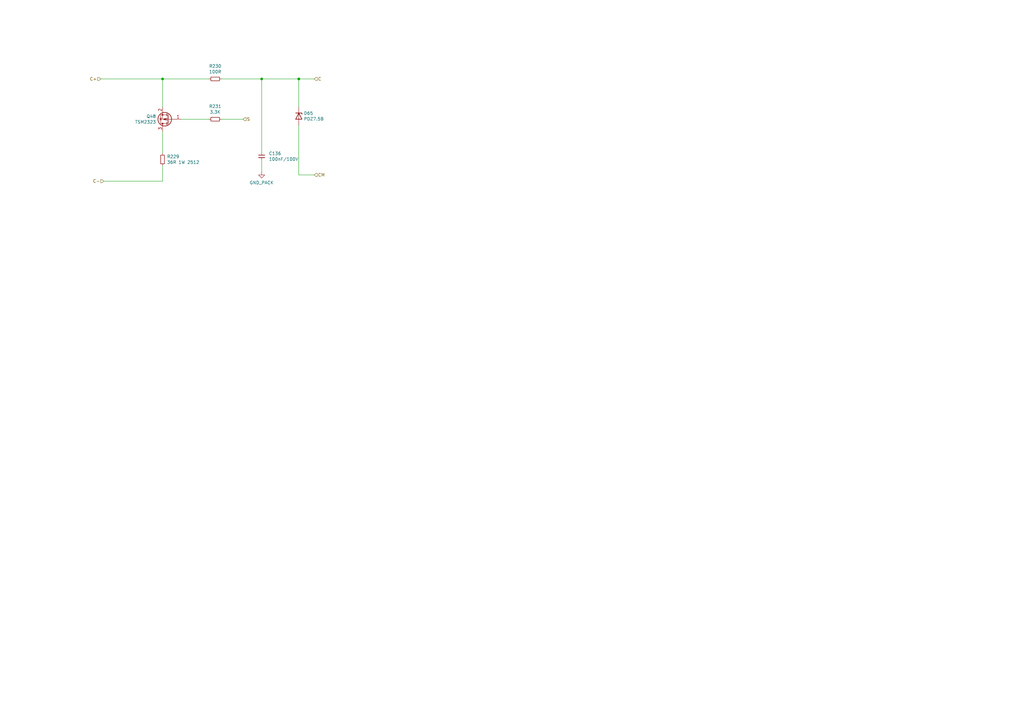
<source format=kicad_sch>
(kicad_sch
	(version 20231120)
	(generator "eeschema")
	(generator_version "8.0")
	(uuid "b617f54a-d595-416e-a403-41f59b27f156")
	(paper "A3")
	(title_block
		(date "2023-10-19")
		(rev "V0.1")
		(company "teTra")
	)
	(lib_symbols
		(symbol "Library:C"
			(pin_numbers hide)
			(pin_names
				(offset 0.254)
			)
			(exclude_from_sim no)
			(in_bom yes)
			(on_board yes)
			(property "Reference" "C"
				(at 0.635 2.54 0)
				(effects
					(font
						(size 1.27 1.27)
					)
					(justify left)
				)
			)
			(property "Value" "C"
				(at 0.635 -2.54 0)
				(effects
					(font
						(size 1.27 1.27)
					)
					(justify left)
				)
			)
			(property "Footprint" ""
				(at 0.9652 -3.81 0)
				(effects
					(font
						(size 1.27 1.27)
					)
					(hide yes)
				)
			)
			(property "Datasheet" "~"
				(at 0 0 0)
				(effects
					(font
						(size 1.27 1.27)
					)
					(hide yes)
				)
			)
			(property "Description" "Unpolarized capacitor"
				(at 0 0 0)
				(effects
					(font
						(size 1.27 1.27)
					)
					(hide yes)
				)
			)
			(property "ki_keywords" "cap capacitor"
				(at 0 0 0)
				(effects
					(font
						(size 1.27 1.27)
					)
					(hide yes)
				)
			)
			(property "ki_fp_filters" "C_*"
				(at 0 0 0)
				(effects
					(font
						(size 1.27 1.27)
					)
					(hide yes)
				)
			)
			(symbol "C_1_1"
				(polyline
					(pts
						(xy -1.27 -0.508) (xy 1.27 -0.508)
					)
					(stroke
						(width 0.254)
						(type default)
					)
					(fill
						(type none)
					)
				)
				(polyline
					(pts
						(xy -1.27 0.508) (xy 1.27 0.508)
					)
					(stroke
						(width 0.254)
						(type default)
					)
					(fill
						(type none)
					)
				)
				(pin passive line
					(at 0 1.27 270)
					(length 0.762)
					(name "~"
						(effects
							(font
								(size 1.27 1.27)
							)
						)
					)
					(number "1"
						(effects
							(font
								(size 1.27 1.27)
							)
						)
					)
				)
				(pin passive line
					(at 0 -1.27 90)
					(length 0.762)
					(name "~"
						(effects
							(font
								(size 1.27 1.27)
							)
						)
					)
					(number "2"
						(effects
							(font
								(size 1.27 1.27)
							)
						)
					)
				)
			)
		)
		(symbol "Library:D_Zener"
			(pin_numbers hide)
			(pin_names
				(offset 1.016) hide)
			(exclude_from_sim no)
			(in_bom yes)
			(on_board yes)
			(property "Reference" "D"
				(at 0 2.54 0)
				(effects
					(font
						(size 1.27 1.27)
					)
				)
			)
			(property "Value" "D_Zener"
				(at 0 -2.54 0)
				(effects
					(font
						(size 1.27 1.27)
					)
				)
			)
			(property "Footprint" ""
				(at 0 0 0)
				(effects
					(font
						(size 1.27 1.27)
					)
					(hide yes)
				)
			)
			(property "Datasheet" "~"
				(at 0 0 0)
				(effects
					(font
						(size 1.27 1.27)
					)
					(hide yes)
				)
			)
			(property "Description" "Zener diode"
				(at 0 0 0)
				(effects
					(font
						(size 1.27 1.27)
					)
					(hide yes)
				)
			)
			(property "ki_keywords" "diode"
				(at 0 0 0)
				(effects
					(font
						(size 1.27 1.27)
					)
					(hide yes)
				)
			)
			(property "ki_fp_filters" "TO-???* *_Diode_* *SingleDiode* D_*"
				(at 0 0 0)
				(effects
					(font
						(size 1.27 1.27)
					)
					(hide yes)
				)
			)
			(symbol "D_Zener_0_1"
				(polyline
					(pts
						(xy 1.27 0) (xy -1.27 0)
					)
					(stroke
						(width 0)
						(type default)
					)
					(fill
						(type none)
					)
				)
				(polyline
					(pts
						(xy -1.27 -1.27) (xy -1.27 1.27) (xy -0.762 1.27)
					)
					(stroke
						(width 0.254)
						(type default)
					)
					(fill
						(type none)
					)
				)
				(polyline
					(pts
						(xy 1.27 -1.27) (xy 1.27 1.27) (xy -1.27 0) (xy 1.27 -1.27)
					)
					(stroke
						(width 0.254)
						(type default)
					)
					(fill
						(type none)
					)
				)
			)
			(symbol "D_Zener_1_1"
				(pin passive line
					(at -3.81 0 0)
					(length 2.54)
					(name "K"
						(effects
							(font
								(size 1.27 1.27)
							)
						)
					)
					(number "1"
						(effects
							(font
								(size 1.27 1.27)
							)
						)
					)
				)
				(pin passive line
					(at 3.81 0 180)
					(length 2.54)
					(name "A"
						(effects
							(font
								(size 1.27 1.27)
							)
						)
					)
					(number "2"
						(effects
							(font
								(size 1.27 1.27)
							)
						)
					)
				)
			)
		)
		(symbol "Library:GND_PACK"
			(power)
			(pin_names
				(offset 0)
			)
			(exclude_from_sim no)
			(in_bom yes)
			(on_board yes)
			(property "Reference" "#PWR"
				(at 0 -6.35 0)
				(effects
					(font
						(size 1.27 1.27)
					)
					(hide yes)
				)
			)
			(property "Value" "GND_PACK"
				(at 0 -3.81 0)
				(effects
					(font
						(size 1.27 1.27)
					)
				)
			)
			(property "Footprint" ""
				(at 0 0 0)
				(effects
					(font
						(size 1.27 1.27)
					)
					(hide yes)
				)
			)
			(property "Datasheet" ""
				(at 0 0 0)
				(effects
					(font
						(size 1.27 1.27)
					)
					(hide yes)
				)
			)
			(property "Description" "Power symbol creates a global label with name \"GND_PACK\" , ground"
				(at 0 0 0)
				(effects
					(font
						(size 1.27 1.27)
					)
					(hide yes)
				)
			)
			(property "ki_keywords" "global power"
				(at 0 0 0)
				(effects
					(font
						(size 1.27 1.27)
					)
					(hide yes)
				)
			)
			(symbol "GND_PACK_0_1"
				(polyline
					(pts
						(xy 0 0) (xy 0 -1.27) (xy 1.27 -1.27) (xy 0 -2.54) (xy -1.27 -1.27) (xy 0 -1.27)
					)
					(stroke
						(width 0)
						(type default)
					)
					(fill
						(type none)
					)
				)
			)
			(symbol "GND_PACK_1_1"
				(pin power_in line
					(at 0 0 270)
					(length 0) hide
					(name "GND_PACK"
						(effects
							(font
								(size 1.27 1.27)
							)
						)
					)
					(number "1"
						(effects
							(font
								(size 1.27 1.27)
							)
						)
					)
				)
			)
		)
		(symbol "Library:Q_PMOS_GSD"
			(pin_names
				(offset 0) hide)
			(exclude_from_sim no)
			(in_bom yes)
			(on_board yes)
			(property "Reference" "Q"
				(at 5.08 1.27 0)
				(effects
					(font
						(size 1.27 1.27)
					)
					(justify left)
				)
			)
			(property "Value" "Q_PMOS_GSD"
				(at 5.08 -1.27 0)
				(effects
					(font
						(size 1.27 1.27)
					)
					(justify left)
				)
			)
			(property "Footprint" ""
				(at 5.08 2.54 0)
				(effects
					(font
						(size 1.27 1.27)
					)
					(hide yes)
				)
			)
			(property "Datasheet" "~"
				(at 0 0 0)
				(effects
					(font
						(size 1.27 1.27)
					)
					(hide yes)
				)
			)
			(property "Description" "P-MOSFET transistor, gate/source/drain"
				(at 0 0 0)
				(effects
					(font
						(size 1.27 1.27)
					)
					(hide yes)
				)
			)
			(property "ki_keywords" "transistor PMOS P-MOS P-MOSFET"
				(at 0 0 0)
				(effects
					(font
						(size 1.27 1.27)
					)
					(hide yes)
				)
			)
			(symbol "Q_PMOS_GSD_0_1"
				(polyline
					(pts
						(xy 0.254 0) (xy -2.54 0)
					)
					(stroke
						(width 0)
						(type default)
					)
					(fill
						(type none)
					)
				)
				(polyline
					(pts
						(xy 0.254 1.905) (xy 0.254 -1.905)
					)
					(stroke
						(width 0.254)
						(type default)
					)
					(fill
						(type none)
					)
				)
				(polyline
					(pts
						(xy 0.762 -1.27) (xy 0.762 -2.286)
					)
					(stroke
						(width 0.254)
						(type default)
					)
					(fill
						(type none)
					)
				)
				(polyline
					(pts
						(xy 0.762 0.508) (xy 0.762 -0.508)
					)
					(stroke
						(width 0.254)
						(type default)
					)
					(fill
						(type none)
					)
				)
				(polyline
					(pts
						(xy 0.762 2.286) (xy 0.762 1.27)
					)
					(stroke
						(width 0.254)
						(type default)
					)
					(fill
						(type none)
					)
				)
				(polyline
					(pts
						(xy 2.54 2.54) (xy 2.54 1.778)
					)
					(stroke
						(width 0)
						(type default)
					)
					(fill
						(type none)
					)
				)
				(polyline
					(pts
						(xy 2.54 -2.54) (xy 2.54 0) (xy 0.762 0)
					)
					(stroke
						(width 0)
						(type default)
					)
					(fill
						(type none)
					)
				)
				(polyline
					(pts
						(xy 0.762 1.778) (xy 3.302 1.778) (xy 3.302 -1.778) (xy 0.762 -1.778)
					)
					(stroke
						(width 0)
						(type default)
					)
					(fill
						(type none)
					)
				)
				(polyline
					(pts
						(xy 2.286 0) (xy 1.27 0.381) (xy 1.27 -0.381) (xy 2.286 0)
					)
					(stroke
						(width 0)
						(type default)
					)
					(fill
						(type outline)
					)
				)
				(polyline
					(pts
						(xy 2.794 -0.508) (xy 2.921 -0.381) (xy 3.683 -0.381) (xy 3.81 -0.254)
					)
					(stroke
						(width 0)
						(type default)
					)
					(fill
						(type none)
					)
				)
				(polyline
					(pts
						(xy 3.302 -0.381) (xy 2.921 0.254) (xy 3.683 0.254) (xy 3.302 -0.381)
					)
					(stroke
						(width 0)
						(type default)
					)
					(fill
						(type none)
					)
				)
				(circle
					(center 1.651 0)
					(radius 2.794)
					(stroke
						(width 0.254)
						(type default)
					)
					(fill
						(type none)
					)
				)
				(circle
					(center 2.54 -1.778)
					(radius 0.254)
					(stroke
						(width 0)
						(type default)
					)
					(fill
						(type outline)
					)
				)
				(circle
					(center 2.54 1.778)
					(radius 0.254)
					(stroke
						(width 0)
						(type default)
					)
					(fill
						(type outline)
					)
				)
			)
			(symbol "Q_PMOS_GSD_1_1"
				(pin input line
					(at -5.08 0 0)
					(length 2.54)
					(name "G"
						(effects
							(font
								(size 1.27 1.27)
							)
						)
					)
					(number "1"
						(effects
							(font
								(size 1.27 1.27)
							)
						)
					)
				)
				(pin passive line
					(at 2.54 -5.08 90)
					(length 2.54)
					(name "S"
						(effects
							(font
								(size 1.27 1.27)
							)
						)
					)
					(number "2"
						(effects
							(font
								(size 1.27 1.27)
							)
						)
					)
				)
				(pin passive line
					(at 2.54 5.08 270)
					(length 2.54)
					(name "D"
						(effects
							(font
								(size 1.27 1.27)
							)
						)
					)
					(number "3"
						(effects
							(font
								(size 1.27 1.27)
							)
						)
					)
				)
			)
		)
		(symbol "Library:R_Small"
			(pin_numbers hide)
			(pin_names
				(offset 0.254) hide)
			(exclude_from_sim no)
			(in_bom yes)
			(on_board yes)
			(property "Reference" "R"
				(at 0.762 0.508 0)
				(effects
					(font
						(size 1.27 1.27)
					)
					(justify left)
				)
			)
			(property "Value" "R_Small"
				(at 0.762 -1.016 0)
				(effects
					(font
						(size 1.27 1.27)
					)
					(justify left)
				)
			)
			(property "Footprint" ""
				(at 0 0 0)
				(effects
					(font
						(size 1.27 1.27)
					)
					(hide yes)
				)
			)
			(property "Datasheet" "~"
				(at 0 0 0)
				(effects
					(font
						(size 1.27 1.27)
					)
					(hide yes)
				)
			)
			(property "Description" "Resistor, small symbol"
				(at 0 0 0)
				(effects
					(font
						(size 1.27 1.27)
					)
					(hide yes)
				)
			)
			(property "ki_keywords" "R resistor"
				(at 0 0 0)
				(effects
					(font
						(size 1.27 1.27)
					)
					(hide yes)
				)
			)
			(property "ki_fp_filters" "R_*"
				(at 0 0 0)
				(effects
					(font
						(size 1.27 1.27)
					)
					(hide yes)
				)
			)
			(symbol "R_Small_0_1"
				(rectangle
					(start -0.762 1.778)
					(end 0.762 -1.778)
					(stroke
						(width 0.2032)
						(type default)
					)
					(fill
						(type none)
					)
				)
			)
			(symbol "R_Small_1_1"
				(pin passive line
					(at 0 2.54 270)
					(length 0.762)
					(name "~"
						(effects
							(font
								(size 1.27 1.27)
							)
						)
					)
					(number "1"
						(effects
							(font
								(size 1.27 1.27)
							)
						)
					)
				)
				(pin passive line
					(at 0 -2.54 90)
					(length 0.762)
					(name "~"
						(effects
							(font
								(size 1.27 1.27)
							)
						)
					)
					(number "2"
						(effects
							(font
								(size 1.27 1.27)
							)
						)
					)
				)
			)
		)
	)
	(junction
		(at 122.555 32.385)
		(diameter 0)
		(color 0 0 0 0)
		(uuid "5a41a0a9-4a65-4203-9379-8b75415dce6d")
	)
	(junction
		(at 107.315 32.385)
		(diameter 0)
		(color 0 0 0 0)
		(uuid "5f139e44-093e-43a7-a558-f20763f89a8f")
	)
	(junction
		(at 66.675 32.385)
		(diameter 0)
		(color 0 0 0 0)
		(uuid "b3215ab0-2cfc-4375-9f4b-50ddd3c00b07")
	)
	(wire
		(pts
			(xy 66.675 67.945) (xy 66.675 74.295)
		)
		(stroke
			(width 0)
			(type default)
		)
		(uuid "00449964-0469-4a40-8a7e-3261f8f4212d")
	)
	(wire
		(pts
			(xy 42.545 74.295) (xy 66.675 74.295)
		)
		(stroke
			(width 0)
			(type default)
		)
		(uuid "20aa87fc-cf9a-4f23-a711-cae9932a4116")
	)
	(wire
		(pts
			(xy 122.555 32.385) (xy 128.905 32.385)
		)
		(stroke
			(width 0)
			(type default)
		)
		(uuid "28efcf94-7f38-4e5a-9267-04afb8c9b61c")
	)
	(wire
		(pts
			(xy 107.315 32.385) (xy 107.315 62.865)
		)
		(stroke
			(width 0)
			(type default)
		)
		(uuid "3afca798-79e6-4583-9d91-d7af3342a090")
	)
	(wire
		(pts
			(xy 122.555 51.435) (xy 122.555 71.755)
		)
		(stroke
			(width 0)
			(type default)
		)
		(uuid "5d96c59a-744d-401f-b160-d49ad2c7fb37")
	)
	(wire
		(pts
			(xy 66.675 53.975) (xy 66.675 62.865)
		)
		(stroke
			(width 0)
			(type default)
		)
		(uuid "685fa693-2cd3-4577-ac16-caf4cb0af852")
	)
	(wire
		(pts
			(xy 90.805 48.895) (xy 99.695 48.895)
		)
		(stroke
			(width 0)
			(type default)
		)
		(uuid "980ada39-89b2-4e8d-ac5d-5e63b8225a22")
	)
	(wire
		(pts
			(xy 107.315 65.405) (xy 107.315 70.485)
		)
		(stroke
			(width 0)
			(type default)
		)
		(uuid "9e847583-a3ad-4aa2-b215-b0583e9cd0e7")
	)
	(wire
		(pts
			(xy 90.805 32.385) (xy 107.315 32.385)
		)
		(stroke
			(width 0)
			(type default)
		)
		(uuid "d50952f2-e7b8-4d22-94ed-f1fb55d03bc9")
	)
	(wire
		(pts
			(xy 122.555 71.755) (xy 128.905 71.755)
		)
		(stroke
			(width 0)
			(type default)
		)
		(uuid "e4f48ee0-1025-4c78-bcb3-94534fa4edbc")
	)
	(wire
		(pts
			(xy 107.315 32.385) (xy 122.555 32.385)
		)
		(stroke
			(width 0)
			(type default)
		)
		(uuid "e53e0e6b-cb7c-4c17-b15b-9cafe4dfdcbe")
	)
	(wire
		(pts
			(xy 66.675 32.385) (xy 66.675 43.815)
		)
		(stroke
			(width 0)
			(type default)
		)
		(uuid "e5b313e2-7811-4969-b2bd-2198c88a4048")
	)
	(wire
		(pts
			(xy 66.675 32.385) (xy 85.725 32.385)
		)
		(stroke
			(width 0)
			(type default)
		)
		(uuid "eb2cd8c9-4878-4dc2-a6ce-f0eb2d55dcc9")
	)
	(wire
		(pts
			(xy 41.275 32.385) (xy 66.675 32.385)
		)
		(stroke
			(width 0)
			(type default)
		)
		(uuid "f172ebd6-a074-4a52-9a82-d6e8207c0df7")
	)
	(wire
		(pts
			(xy 74.295 48.895) (xy 85.725 48.895)
		)
		(stroke
			(width 0)
			(type default)
		)
		(uuid "f6c39dd0-8257-4df2-8246-2b7c82daa4a9")
	)
	(wire
		(pts
			(xy 122.555 43.815) (xy 122.555 32.385)
		)
		(stroke
			(width 0)
			(type default)
		)
		(uuid "fdd47970-c072-4da4-8644-8bf011c6214b")
	)
	(hierarchical_label "S"
		(shape input)
		(at 99.695 48.895 0)
		(fields_autoplaced yes)
		(effects
			(font
				(size 1.27 1.27)
			)
			(justify left)
		)
		(uuid "4a6bbecf-03f6-4c06-bb2e-550e96c8bdbc")
	)
	(hierarchical_label "C"
		(shape input)
		(at 128.905 32.385 0)
		(fields_autoplaced yes)
		(effects
			(font
				(size 1.27 1.27)
			)
			(justify left)
		)
		(uuid "4d348356-9c8b-4d14-82b9-f6a543218144")
	)
	(hierarchical_label "C+"
		(shape input)
		(at 41.275 32.385 180)
		(fields_autoplaced yes)
		(effects
			(font
				(size 1.27 1.27)
			)
			(justify right)
		)
		(uuid "4dda22f8-6091-4ff5-af73-cb7c121ff4d7")
	)
	(hierarchical_label "C-"
		(shape input)
		(at 42.545 74.295 180)
		(fields_autoplaced yes)
		(effects
			(font
				(size 1.27 1.27)
			)
			(justify right)
		)
		(uuid "7558b255-b61b-4ec0-9d0f-5f1770b52780")
	)
	(hierarchical_label "CM"
		(shape input)
		(at 128.905 71.755 0)
		(fields_autoplaced yes)
		(effects
			(font
				(size 1.27 1.27)
			)
			(justify left)
		)
		(uuid "9cc79c65-54f9-43ba-9363-91facd3e8160")
	)
	(symbol
		(lib_id "Library:Q_PMOS_GSD")
		(at 69.215 48.895 180)
		(unit 1)
		(exclude_from_sim no)
		(in_bom yes)
		(on_board yes)
		(dnp no)
		(uuid "0521340c-6875-40b5-8f4e-658aa854575c")
		(property "Reference" "Q48"
			(at 64.008 47.7266 0)
			(effects
				(font
					(size 1.27 1.27)
				)
				(justify left)
			)
		)
		(property "Value" "TSM2323"
			(at 64.008 50.038 0)
			(effects
				(font
					(size 1.27 1.27)
				)
				(justify left)
			)
		)
		(property "Footprint" "Package_TO_SOT_SMD:SOT-23"
			(at 64.135 51.435 0)
			(effects
				(font
					(size 1.27 1.27)
				)
				(hide yes)
			)
		)
		(property "Datasheet" "https://www.taiwansemi.com/assets/uploads/datasheet/TSM2323_F15.pdf"
			(at 69.215 48.895 0)
			(effects
				(font
					(size 1.27 1.27)
				)
				(hide yes)
			)
		)
		(property "Description" "P-Channel 20 V 4.7A (Ta) 1.25W (Ta) Surface Mount SOT-23"
			(at 69.215 48.895 0)
			(effects
				(font
					(size 1.27 1.27)
				)
				(hide yes)
			)
		)
		(property "MPN" "TSM2323CX RFG "
			(at 69.215 48.895 0)
			(effects
				(font
					(size 1.27 1.27)
				)
				(hide yes)
			)
		)
		(property "Link" "https://www.digikey.jp/en/products/detail/taiwan-semiconductor-corporation/TSM2323CX-RFG/7360264?s=N4IgTCBcDaICoGUCyYDMaDCANABAJQDEBxHEAXQF8g"
			(at 69.215 48.895 0)
			(effects
				(font
					(size 1.27 1.27)
				)
				(hide yes)
			)
		)
		(pin "1"
			(uuid "8bec25ac-2509-478f-ae13-aa05618c46fc")
		)
		(pin "2"
			(uuid "8d9aa0be-02e7-4d5b-8d11-c8a54dc2bfd3")
		)
		(pin "3"
			(uuid "9653846f-b41d-49bb-8225-2dc9546cbb82")
		)
		(instances
			(project ""
				(path "/6a86ff6f-b159-4c4c-8a40-e732cc82e010/6b51f869-3fd5-42f9-b3ca-66a1d105433e/30216584-ee65-4156-92ea-2fa17f75418d/1dd4e547-fc35-4955-ac47-4747a0fc9442"
					(reference "Q48")
					(unit 1)
				)
				(path "/6a86ff6f-b159-4c4c-8a40-e732cc82e010/6b51f869-3fd5-42f9-b3ca-66a1d105433e/30216584-ee65-4156-92ea-2fa17f75418d/86f6d45a-5e24-49ba-a828-e7e0c9ed1174"
					(reference "Q52")
					(unit 1)
				)
				(path "/6a86ff6f-b159-4c4c-8a40-e732cc82e010/6b51f869-3fd5-42f9-b3ca-66a1d105433e/30216584-ee65-4156-92ea-2fa17f75418d/88fe1454-dda3-4245-bb35-f0cc9781ecd5"
					(reference "Q46")
					(unit 1)
				)
				(path "/6a86ff6f-b159-4c4c-8a40-e732cc82e010/6b51f869-3fd5-42f9-b3ca-66a1d105433e/30216584-ee65-4156-92ea-2fa17f75418d/9569fabc-8bc8-4778-93ad-569b511a6268"
					(reference "Q50")
					(unit 1)
				)
				(path "/6a86ff6f-b159-4c4c-8a40-e732cc82e010/6b51f869-3fd5-42f9-b3ca-66a1d105433e/30216584-ee65-4156-92ea-2fa17f75418d/960b0768-f2d3-43cf-bbbe-fa05cb3ec170"
					(reference "Q44")
					(unit 1)
				)
				(path "/6a86ff6f-b159-4c4c-8a40-e732cc82e010/6b51f869-3fd5-42f9-b3ca-66a1d105433e/30216584-ee65-4156-92ea-2fa17f75418d/ad53f63e-2814-4d4d-8759-4dd124725a25"
					(reference "Q49")
					(unit 1)
				)
				(path "/6a86ff6f-b159-4c4c-8a40-e732cc82e010/6b51f869-3fd5-42f9-b3ca-66a1d105433e/30216584-ee65-4156-92ea-2fa17f75418d/bf541923-54df-4690-b604-2afa5c7277ba"
					(reference "Q41")
					(unit 1)
				)
				(path "/6a86ff6f-b159-4c4c-8a40-e732cc82e010/6b51f869-3fd5-42f9-b3ca-66a1d105433e/30216584-ee65-4156-92ea-2fa17f75418d/cbb58d65-e757-4e3a-8f91-5c063223aea8"
					(reference "Q43")
					(unit 1)
				)
				(path "/6a86ff6f-b159-4c4c-8a40-e732cc82e010/6b51f869-3fd5-42f9-b3ca-66a1d105433e/30216584-ee65-4156-92ea-2fa17f75418d/cc04779a-ba7a-46c7-bef8-d77cc5c64922"
					(reference "Q51")
					(unit 1)
				)
				(path "/6a86ff6f-b159-4c4c-8a40-e732cc82e010/6b51f869-3fd5-42f9-b3ca-66a1d105433e/30216584-ee65-4156-92ea-2fa17f75418d/d4694858-a796-41db-832b-1867e540b3b3"
					(reference "Q45")
					(unit 1)
				)
				(path "/6a86ff6f-b159-4c4c-8a40-e732cc82e010/6b51f869-3fd5-42f9-b3ca-66a1d105433e/30216584-ee65-4156-92ea-2fa17f75418d/d9762028-d94c-4ba7-b7fe-bc0d1c4ef345"
					(reference "Q42")
					(unit 1)
				)
				(path "/6a86ff6f-b159-4c4c-8a40-e732cc82e010/6b51f869-3fd5-42f9-b3ca-66a1d105433e/30216584-ee65-4156-92ea-2fa17f75418d/e55a3fb5-5fd6-4081-9e8a-2425e26461bb"
					(reference "Q47")
					(unit 1)
				)
				(path "/6a86ff6f-b159-4c4c-8a40-e732cc82e010/6b51f869-3fd5-42f9-b3ca-66a1d105433e/4e3577f7-fcc6-43dd-b7cf-8d175ec4d9f0/1dd4e547-fc35-4955-ac47-4747a0fc9442"
					(reference "Q22")
					(unit 1)
				)
				(path "/6a86ff6f-b159-4c4c-8a40-e732cc82e010/6b51f869-3fd5-42f9-b3ca-66a1d105433e/4e3577f7-fcc6-43dd-b7cf-8d175ec4d9f0/86f6d45a-5e24-49ba-a828-e7e0c9ed1174"
					(reference "Q26")
					(unit 1)
				)
				(path "/6a86ff6f-b159-4c4c-8a40-e732cc82e010/6b51f869-3fd5-42f9-b3ca-66a1d105433e/4e3577f7-fcc6-43dd-b7cf-8d175ec4d9f0/88fe1454-dda3-4245-bb35-f0cc9781ecd5"
					(reference "Q20")
					(unit 1)
				)
				(path "/6a86ff6f-b159-4c4c-8a40-e732cc82e010/6b51f869-3fd5-42f9-b3ca-66a1d105433e/4e3577f7-fcc6-43dd-b7cf-8d175ec4d9f0/9569fabc-8bc8-4778-93ad-569b511a6268"
					(reference "Q24")
					(unit 1)
				)
				(path "/6a86ff6f-b159-4c4c-8a40-e732cc82e010/6b51f869-3fd5-42f9-b3ca-66a1d105433e/4e3577f7-fcc6-43dd-b7cf-8d175ec4d9f0/960b0768-f2d3-43cf-bbbe-fa05cb3ec170"
					(reference "Q18")
					(unit 1)
				)
				(path "/6a86ff6f-b159-4c4c-8a40-e732cc82e010/6b51f869-3fd5-42f9-b3ca-66a1d105433e/4e3577f7-fcc6-43dd-b7cf-8d175ec4d9f0/ad53f63e-2814-4d4d-8759-4dd124725a25"
					(reference "Q23")
					(unit 1)
				)
				(path "/6a86ff6f-b159-4c4c-8a40-e732cc82e010/6b51f869-3fd5-42f9-b3ca-66a1d105433e/4e3577f7-fcc6-43dd-b7cf-8d175ec4d9f0/bf541923-54df-4690-b604-2afa5c7277ba"
					(reference "Q15")
					(unit 1)
				)
				(path "/6a86ff6f-b159-4c4c-8a40-e732cc82e010/6b51f869-3fd5-42f9-b3ca-66a1d105433e/4e3577f7-fcc6-43dd-b7cf-8d175ec4d9f0/cbb58d65-e757-4e3a-8f91-5c063223aea8"
					(reference "Q17")
					(unit 1)
				)
				(path "/6a86ff6f-b159-4c4c-8a40-e732cc82e010/6b51f869-3fd5-42f9-b3ca-66a1d105433e/4e3577f7-fcc6-43dd-b7cf-8d175ec4d9f0/cc04779a-ba7a-46c7-bef8-d77cc5c64922"
					(reference "Q25")
					(unit 1)
				)
				(path "/6a86ff6f-b159-4c4c-8a40-e732cc82e010/6b51f869-3fd5-42f9-b3ca-66a1d105433e/4e3577f7-fcc6-43dd-b7cf-8d175ec4d9f0/d4694858-a796-41db-832b-1867e540b3b3"
					(reference "Q19")
					(unit 1)
				)
				(path "/6a86ff6f-b159-4c4c-8a40-e732cc82e010/6b51f869-3fd5-42f9-b3ca-66a1d105433e/4e3577f7-fcc6-43dd-b7cf-8d175ec4d9f0/d9762028-d94c-4ba7-b7fe-bc0d1c4ef345"
					(reference "Q16")
					(unit 1)
				)
				(path "/6a86ff6f-b159-4c4c-8a40-e732cc82e010/6b51f869-3fd5-42f9-b3ca-66a1d105433e/4e3577f7-fcc6-43dd-b7cf-8d175ec4d9f0/e55a3fb5-5fd6-4081-9e8a-2425e26461bb"
					(reference "Q21")
					(unit 1)
				)
				(path "/6a86ff6f-b159-4c4c-8a40-e732cc82e010/6b51f869-3fd5-42f9-b3ca-66a1d105433e/78d47b54-c839-4ab7-a5b0-c9844eec1512/1dd4e547-fc35-4955-ac47-4747a0fc9442"
					(reference "Q35")
					(unit 1)
				)
				(path "/6a86ff6f-b159-4c4c-8a40-e732cc82e010/6b51f869-3fd5-42f9-b3ca-66a1d105433e/78d47b54-c839-4ab7-a5b0-c9844eec1512/86f6d45a-5e24-49ba-a828-e7e0c9ed1174"
					(reference "Q39")
					(unit 1)
				)
				(path "/6a86ff6f-b159-4c4c-8a40-e732cc82e010/6b51f869-3fd5-42f9-b3ca-66a1d105433e/78d47b54-c839-4ab7-a5b0-c9844eec1512/88fe1454-dda3-4245-bb35-f0cc9781ecd5"
					(reference "Q33")
					(unit 1)
				)
				(path "/6a86ff6f-b159-4c4c-8a40-e732cc82e010/6b51f869-3fd5-42f9-b3ca-66a1d105433e/78d47b54-c839-4ab7-a5b0-c9844eec1512/9569fabc-8bc8-4778-93ad-569b511a6268"
					(reference "Q37")
					(unit 1)
				)
				(path "/6a86ff6f-b159-4c4c-8a40-e732cc82e010/6b51f869-3fd5-42f9-b3ca-66a1d105433e/78d47b54-c839-4ab7-a5b0-c9844eec1512/960b0768-f2d3-43cf-bbbe-fa05cb3ec170"
					(reference "Q31")
					(unit 1)
				)
				(path "/6a86ff6f-b159-4c4c-8a40-e732cc82e010/6b51f869-3fd5-42f9-b3ca-66a1d105433e/78d47b54-c839-4ab7-a5b0-c9844eec1512/ad53f63e-2814-4d4d-8759-4dd124725a25"
					(reference "Q36")
					(unit 1)
				)
				(path "/6a86ff6f-b159-4c4c-8a40-e732cc82e010/6b51f869-3fd5-42f9-b3ca-66a1d105433e/78d47b54-c839-4ab7-a5b0-c9844eec1512/bf541923-54df-4690-b604-2afa5c7277ba"
					(reference "Q28")
					(unit 1)
				)
				(path "/6a86ff6f-b159-4c4c-8a40-e732cc82e010/6b51f869-3fd5-42f9-b3ca-66a1d105433e/78d47b54-c839-4ab7-a5b0-c9844eec1512/cbb58d65-e757-4e3a-8f91-5c063223aea8"
					(reference "Q30")
					(unit 1)
				)
				(path "/6a86ff6f-b159-4c4c-8a40-e732cc82e010/6b51f869-3fd5-42f9-b3ca-66a1d105433e/78d47b54-c839-4ab7-a5b0-c9844eec1512/cc04779a-ba7a-46c7-bef8-d77cc5c64922"
					(reference "Q38")
					(unit 1)
				)
				(path "/6a86ff6f-b159-4c4c-8a40-e732cc82e010/6b51f869-3fd5-42f9-b3ca-66a1d105433e/78d47b54-c839-4ab7-a5b0-c9844eec1512/d4694858-a796-41db-832b-1867e540b3b3"
					(reference "Q32")
					(unit 1)
				)
				(path "/6a86ff6f-b159-4c4c-8a40-e732cc82e010/6b51f869-3fd5-42f9-b3ca-66a1d105433e/78d47b54-c839-4ab7-a5b0-c9844eec1512/d9762028-d94c-4ba7-b7fe-bc0d1c4ef345"
					(reference "Q29")
					(unit 1)
				)
				(path "/6a86ff6f-b159-4c4c-8a40-e732cc82e010/6b51f869-3fd5-42f9-b3ca-66a1d105433e/78d47b54-c839-4ab7-a5b0-c9844eec1512/e55a3fb5-5fd6-4081-9e8a-2425e26461bb"
					(reference "Q34")
					(unit 1)
				)
				(path "/6a86ff6f-b159-4c4c-8a40-e732cc82e010/6b51f869-3fd5-42f9-b3ca-66a1d105433e/fc3c799d-b983-4472-9d9d-934d3bacd380/1dd4e547-fc35-4955-ac47-4747a0fc9442"
					(reference "Q9")
					(unit 1)
				)
				(path "/6a86ff6f-b159-4c4c-8a40-e732cc82e010/6b51f869-3fd5-42f9-b3ca-66a1d105433e/fc3c799d-b983-4472-9d9d-934d3bacd380/86f6d45a-5e24-49ba-a828-e7e0c9ed1174"
					(reference "Q13")
					(unit 1)
				)
				(path "/6a86ff6f-b159-4c4c-8a40-e732cc82e010/6b51f869-3fd5-42f9-b3ca-66a1d105433e/fc3c799d-b983-4472-9d9d-934d3bacd380/88fe1454-dda3-4245-bb35-f0cc9781ecd5"
					(reference "Q7")
					(unit 1)
				)
				(path "/6a86ff6f-b159-4c4c-8a40-e732cc82e010/6b51f869-3fd5-42f9-b3ca-66a1d105433e/fc3c799d-b983-4472-9d9d-934d3bacd380/9569fabc-8bc8-4778-93ad-569b511a6268"
					(reference "Q11")
					(unit 1)
				)
				(path "/6a86ff6f-b159-4c4c-8a40-e732cc82e010/6b51f869-3fd5-42f9-b3ca-66a1d105433e/fc3c799d-b983-4472-9d9d-934d3bacd380/960b0768-f2d3-43cf-bbbe-fa05cb3ec170"
					(reference "Q5")
					(unit 1)
				)
				(path "/6a86ff6f-b159-4c4c-8a40-e732cc82e010/6b51f869-3fd5-42f9-b3ca-66a1d105433e/fc3c799d-b983-4472-9d9d-934d3bacd380/ad53f63e-2814-4d4d-8759-4dd124725a25"
					(reference "Q10")
					(unit 1)
				)
				(path "/6a86ff6f-b159-4c4c-8a40-e732cc82e010/6b51f869-3fd5-42f9-b3ca-66a1d105433e/fc3c799d-b983-4472-9d9d-934d3bacd380/bf541923-54df-4690-b604-2afa5c7277ba"
					(reference "Q2")
					(unit 1)
				)
				(path "/6a86ff6f-b159-4c4c-8a40-e732cc82e010/6b51f869-3fd5-42f9-b3ca-66a1d105433e/fc3c799d-b983-4472-9d9d-934d3bacd380/cbb58d65-e757-4e3a-8f91-5c063223aea8"
					(reference "Q4")
					(unit 1)
				)
				(path "/6a86ff6f-b159-4c4c-8a40-e732cc82e010/6b51f869-3fd5-42f9-b3ca-66a1d105433e/fc3c799d-b983-4472-9d9d-934d3bacd380/cc04779a-ba7a-46c7-bef8-d77cc5c64922"
					(reference "Q12")
					(unit 1)
				)
				(path "/6a86ff6f-b159-4c4c-8a40-e732cc82e010/6b51f869-3fd5-42f9-b3ca-66a1d105433e/fc3c799d-b983-4472-9d9d-934d3bacd380/d4694858-a796-41db-832b-1867e540b3b3"
					(reference "Q6")
					(unit 1)
				)
				(path "/6a86ff6f-b159-4c4c-8a40-e732cc82e010/6b51f869-3fd5-42f9-b3ca-66a1d105433e/fc3c799d-b983-4472-9d9d-934d3bacd380/d9762028-d94c-4ba7-b7fe-bc0d1c4ef345"
					(reference "Q3")
					(unit 1)
				)
				(path "/6a86ff6f-b159-4c4c-8a40-e732cc82e010/6b51f869-3fd5-42f9-b3ca-66a1d105433e/fc3c799d-b983-4472-9d9d-934d3bacd380/e55a3fb5-5fd6-4081-9e8a-2425e26461bb"
					(reference "Q8")
					(unit 1)
				)
			)
		)
	)
	(symbol
		(lib_id "Library:GND_PACK")
		(at 107.315 70.485 0)
		(unit 1)
		(exclude_from_sim no)
		(in_bom yes)
		(on_board yes)
		(dnp no)
		(fields_autoplaced yes)
		(uuid "5d892bb2-6629-460c-a20d-058cbe4979bb")
		(property "Reference" "#PWR0153"
			(at 107.315 76.835 0)
			(effects
				(font
					(size 1.27 1.27)
				)
				(hide yes)
			)
		)
		(property "Value" "GND_PACK"
			(at 107.315 74.93 0)
			(effects
				(font
					(size 1.27 1.27)
				)
			)
		)
		(property "Footprint" ""
			(at 107.315 70.485 0)
			(effects
				(font
					(size 1.27 1.27)
				)
				(hide yes)
			)
		)
		(property "Datasheet" ""
			(at 107.315 70.485 0)
			(effects
				(font
					(size 1.27 1.27)
				)
				(hide yes)
			)
		)
		(property "Description" ""
			(at 107.315 70.485 0)
			(effects
				(font
					(size 1.27 1.27)
				)
				(hide yes)
			)
		)
		(pin "1"
			(uuid "1ffd8ff9-b1ab-4d58-8c88-82975be83e81")
		)
		(instances
			(project ""
				(path "/6a86ff6f-b159-4c4c-8a40-e732cc82e010/6b51f869-3fd5-42f9-b3ca-66a1d105433e/30216584-ee65-4156-92ea-2fa17f75418d/1dd4e547-fc35-4955-ac47-4747a0fc9442"
					(reference "#PWR0153")
					(unit 1)
				)
				(path "/6a86ff6f-b159-4c4c-8a40-e732cc82e010/6b51f869-3fd5-42f9-b3ca-66a1d105433e/30216584-ee65-4156-92ea-2fa17f75418d/86f6d45a-5e24-49ba-a828-e7e0c9ed1174"
					(reference "#PWR0157")
					(unit 1)
				)
				(path "/6a86ff6f-b159-4c4c-8a40-e732cc82e010/6b51f869-3fd5-42f9-b3ca-66a1d105433e/30216584-ee65-4156-92ea-2fa17f75418d/88fe1454-dda3-4245-bb35-f0cc9781ecd5"
					(reference "#PWR0151")
					(unit 1)
				)
				(path "/6a86ff6f-b159-4c4c-8a40-e732cc82e010/6b51f869-3fd5-42f9-b3ca-66a1d105433e/30216584-ee65-4156-92ea-2fa17f75418d/9569fabc-8bc8-4778-93ad-569b511a6268"
					(reference "#PWR0155")
					(unit 1)
				)
				(path "/6a86ff6f-b159-4c4c-8a40-e732cc82e010/6b51f869-3fd5-42f9-b3ca-66a1d105433e/30216584-ee65-4156-92ea-2fa17f75418d/960b0768-f2d3-43cf-bbbe-fa05cb3ec170"
					(reference "#PWR0149")
					(unit 1)
				)
				(path "/6a86ff6f-b159-4c4c-8a40-e732cc82e010/6b51f869-3fd5-42f9-b3ca-66a1d105433e/30216584-ee65-4156-92ea-2fa17f75418d/ad53f63e-2814-4d4d-8759-4dd124725a25"
					(reference "#PWR0154")
					(unit 1)
				)
				(path "/6a86ff6f-b159-4c4c-8a40-e732cc82e010/6b51f869-3fd5-42f9-b3ca-66a1d105433e/30216584-ee65-4156-92ea-2fa17f75418d/bf541923-54df-4690-b604-2afa5c7277ba"
					(reference "#PWR0146")
					(unit 1)
				)
				(path "/6a86ff6f-b159-4c4c-8a40-e732cc82e010/6b51f869-3fd5-42f9-b3ca-66a1d105433e/30216584-ee65-4156-92ea-2fa17f75418d/cbb58d65-e757-4e3a-8f91-5c063223aea8"
					(reference "#PWR0148")
					(unit 1)
				)
				(path "/6a86ff6f-b159-4c4c-8a40-e732cc82e010/6b51f869-3fd5-42f9-b3ca-66a1d105433e/30216584-ee65-4156-92ea-2fa17f75418d/cc04779a-ba7a-46c7-bef8-d77cc5c64922"
					(reference "#PWR0156")
					(unit 1)
				)
				(path "/6a86ff6f-b159-4c4c-8a40-e732cc82e010/6b51f869-3fd5-42f9-b3ca-66a1d105433e/30216584-ee65-4156-92ea-2fa17f75418d/d4694858-a796-41db-832b-1867e540b3b3"
					(reference "#PWR0150")
					(unit 1)
				)
				(path "/6a86ff6f-b159-4c4c-8a40-e732cc82e010/6b51f869-3fd5-42f9-b3ca-66a1d105433e/30216584-ee65-4156-92ea-2fa17f75418d/d9762028-d94c-4ba7-b7fe-bc0d1c4ef345"
					(reference "#PWR0147")
					(unit 1)
				)
				(path "/6a86ff6f-b159-4c4c-8a40-e732cc82e010/6b51f869-3fd5-42f9-b3ca-66a1d105433e/30216584-ee65-4156-92ea-2fa17f75418d/e55a3fb5-5fd6-4081-9e8a-2425e26461bb"
					(reference "#PWR0152")
					(unit 1)
				)
				(path "/6a86ff6f-b159-4c4c-8a40-e732cc82e010/6b51f869-3fd5-42f9-b3ca-66a1d105433e/4e3577f7-fcc6-43dd-b7cf-8d175ec4d9f0/1dd4e547-fc35-4955-ac47-4747a0fc9442"
					(reference "#PWR099")
					(unit 1)
				)
				(path "/6a86ff6f-b159-4c4c-8a40-e732cc82e010/6b51f869-3fd5-42f9-b3ca-66a1d105433e/4e3577f7-fcc6-43dd-b7cf-8d175ec4d9f0/86f6d45a-5e24-49ba-a828-e7e0c9ed1174"
					(reference "#PWR0103")
					(unit 1)
				)
				(path "/6a86ff6f-b159-4c4c-8a40-e732cc82e010/6b51f869-3fd5-42f9-b3ca-66a1d105433e/4e3577f7-fcc6-43dd-b7cf-8d175ec4d9f0/88fe1454-dda3-4245-bb35-f0cc9781ecd5"
					(reference "#PWR097")
					(unit 1)
				)
				(path "/6a86ff6f-b159-4c4c-8a40-e732cc82e010/6b51f869-3fd5-42f9-b3ca-66a1d105433e/4e3577f7-fcc6-43dd-b7cf-8d175ec4d9f0/9569fabc-8bc8-4778-93ad-569b511a6268"
					(reference "#PWR0101")
					(unit 1)
				)
				(path "/6a86ff6f-b159-4c4c-8a40-e732cc82e010/6b51f869-3fd5-42f9-b3ca-66a1d105433e/4e3577f7-fcc6-43dd-b7cf-8d175ec4d9f0/960b0768-f2d3-43cf-bbbe-fa05cb3ec170"
					(reference "#PWR095")
					(unit 1)
				)
				(path "/6a86ff6f-b159-4c4c-8a40-e732cc82e010/6b51f869-3fd5-42f9-b3ca-66a1d105433e/4e3577f7-fcc6-43dd-b7cf-8d175ec4d9f0/ad53f63e-2814-4d4d-8759-4dd124725a25"
					(reference "#PWR0100")
					(unit 1)
				)
				(path "/6a86ff6f-b159-4c4c-8a40-e732cc82e010/6b51f869-3fd5-42f9-b3ca-66a1d105433e/4e3577f7-fcc6-43dd-b7cf-8d175ec4d9f0/bf541923-54df-4690-b604-2afa5c7277ba"
					(reference "#PWR092")
					(unit 1)
				)
				(path "/6a86ff6f-b159-4c4c-8a40-e732cc82e010/6b51f869-3fd5-42f9-b3ca-66a1d105433e/4e3577f7-fcc6-43dd-b7cf-8d175ec4d9f0/cbb58d65-e757-4e3a-8f91-5c063223aea8"
					(reference "#PWR094")
					(unit 1)
				)
				(path "/6a86ff6f-b159-4c4c-8a40-e732cc82e010/6b51f869-3fd5-42f9-b3ca-66a1d105433e/4e3577f7-fcc6-43dd-b7cf-8d175ec4d9f0/cc04779a-ba7a-46c7-bef8-d77cc5c64922"
					(reference "#PWR0102")
					(unit 1)
				)
				(path "/6a86ff6f-b159-4c4c-8a40-e732cc82e010/6b51f869-3fd5-42f9-b3ca-66a1d105433e/4e3577f7-fcc6-43dd-b7cf-8d175ec4d9f0/d4694858-a796-41db-832b-1867e540b3b3"
					(reference "#PWR096")
					(unit 1)
				)
				(path "/6a86ff6f-b159-4c4c-8a40-e732cc82e010/6b51f869-3fd5-42f9-b3ca-66a1d105433e/4e3577f7-fcc6-43dd-b7cf-8d175ec4d9f0/d9762028-d94c-4ba7-b7fe-bc0d1c4ef345"
					(reference "#PWR093")
					(unit 1)
				)
				(path "/6a86ff6f-b159-4c4c-8a40-e732cc82e010/6b51f869-3fd5-42f9-b3ca-66a1d105433e/4e3577f7-fcc6-43dd-b7cf-8d175ec4d9f0/e55a3fb5-5fd6-4081-9e8a-2425e26461bb"
					(reference "#PWR098")
					(unit 1)
				)
				(path "/6a86ff6f-b159-4c4c-8a40-e732cc82e010/6b51f869-3fd5-42f9-b3ca-66a1d105433e/78d47b54-c839-4ab7-a5b0-c9844eec1512/1dd4e547-fc35-4955-ac47-4747a0fc9442"
					(reference "#PWR0126")
					(unit 1)
				)
				(path "/6a86ff6f-b159-4c4c-8a40-e732cc82e010/6b51f869-3fd5-42f9-b3ca-66a1d105433e/78d47b54-c839-4ab7-a5b0-c9844eec1512/86f6d45a-5e24-49ba-a828-e7e0c9ed1174"
					(reference "#PWR0130")
					(unit 1)
				)
				(path "/6a86ff6f-b159-4c4c-8a40-e732cc82e010/6b51f869-3fd5-42f9-b3ca-66a1d105433e/78d47b54-c839-4ab7-a5b0-c9844eec1512/88fe1454-dda3-4245-bb35-f0cc9781ecd5"
					(reference "#PWR0124")
					(unit 1)
				)
				(path "/6a86ff6f-b159-4c4c-8a40-e732cc82e010/6b51f869-3fd5-42f9-b3ca-66a1d105433e/78d47b54-c839-4ab7-a5b0-c9844eec1512/9569fabc-8bc8-4778-93ad-569b511a6268"
					(reference "#PWR0128")
					(unit 1)
				)
				(path "/6a86ff6f-b159-4c4c-8a40-e732cc82e010/6b51f869-3fd5-42f9-b3ca-66a1d105433e/78d47b54-c839-4ab7-a5b0-c9844eec1512/960b0768-f2d3-43cf-bbbe-fa05cb3ec170"
					(reference "#PWR0122")
					(unit 1)
				)
				(path "/6a86ff6f-b159-4c4c-8a40-e732cc82e010/6b51f869-3fd5-42f9-b3ca-66a1d105433e/78d47b54-c839-4ab7-a5b0-c9844eec1512/ad53f63e-2814-4d4d-8759-4dd124725a25"
					(reference "#PWR0127")
					(unit 1)
				)
				(path "/6a86ff6f-b159-4c4c-8a40-e732cc82e010/6b51f869-3fd5-42f9-b3ca-66a1d105433e/78d47b54-c839-4ab7-a5b0-c9844eec1512/bf541923-54df-4690-b604-2afa5c7277ba"
					(reference "#PWR0119")
					(unit 1)
				)
				(path "/6a86ff6f-b159-4c4c-8a40-e732cc82e010/6b51f869-3fd5-42f9-b3ca-66a1d105433e/78d47b54-c839-4ab7-a5b0-c9844eec1512/cbb58d65-e757-4e3a-8f91-5c063223aea8"
					(reference "#PWR0121")
					(unit 1)
				)
				(path "/6a86ff6f-b159-4c4c-8a40-e732cc82e010/6b51f869-3fd5-42f9-b3ca-66a1d105433e/78d47b54-c839-4ab7-a5b0-c9844eec1512/cc04779a-ba7a-46c7-bef8-d77cc5c64922"
					(reference "#PWR0129")
					(unit 1)
				)
				(path "/6a86ff6f-b159-4c4c-8a40-e732cc82e010/6b51f869-3fd5-42f9-b3ca-66a1d105433e/78d47b54-c839-4ab7-a5b0-c9844eec1512/d4694858-a796-41db-832b-1867e540b3b3"
					(reference "#PWR0123")
					(unit 1)
				)
				(path "/6a86ff6f-b159-4c4c-8a40-e732cc82e010/6b51f869-3fd5-42f9-b3ca-66a1d105433e/78d47b54-c839-4ab7-a5b0-c9844eec1512/d9762028-d94c-4ba7-b7fe-bc0d1c4ef345"
					(reference "#PWR0120")
					(unit 1)
				)
				(path "/6a86ff6f-b159-4c4c-8a40-e732cc82e010/6b51f869-3fd5-42f9-b3ca-66a1d105433e/78d47b54-c839-4ab7-a5b0-c9844eec1512/e55a3fb5-5fd6-4081-9e8a-2425e26461bb"
					(reference "#PWR0125")
					(unit 1)
				)
				(path "/6a86ff6f-b159-4c4c-8a40-e732cc82e010/6b51f869-3fd5-42f9-b3ca-66a1d105433e/fc3c799d-b983-4472-9d9d-934d3bacd380/1dd4e547-fc35-4955-ac47-4747a0fc9442"
					(reference "#PWR072")
					(unit 1)
				)
				(path "/6a86ff6f-b159-4c4c-8a40-e732cc82e010/6b51f869-3fd5-42f9-b3ca-66a1d105433e/fc3c799d-b983-4472-9d9d-934d3bacd380/86f6d45a-5e24-49ba-a828-e7e0c9ed1174"
					(reference "#PWR076")
					(unit 1)
				)
				(path "/6a86ff6f-b159-4c4c-8a40-e732cc82e010/6b51f869-3fd5-42f9-b3ca-66a1d105433e/fc3c799d-b983-4472-9d9d-934d3bacd380/88fe1454-dda3-4245-bb35-f0cc9781ecd5"
					(reference "#PWR070")
					(unit 1)
				)
				(path "/6a86ff6f-b159-4c4c-8a40-e732cc82e010/6b51f869-3fd5-42f9-b3ca-66a1d105433e/fc3c799d-b983-4472-9d9d-934d3bacd380/9569fabc-8bc8-4778-93ad-569b511a6268"
					(reference "#PWR074")
					(unit 1)
				)
				(path "/6a86ff6f-b159-4c4c-8a40-e732cc82e010/6b51f869-3fd5-42f9-b3ca-66a1d105433e/fc3c799d-b983-4472-9d9d-934d3bacd380/960b0768-f2d3-43cf-bbbe-fa05cb3ec170"
					(reference "#PWR068")
					(unit 1)
				)
				(path "/6a86ff6f-b159-4c4c-8a40-e732cc82e010/6b51f869-3fd5-42f9-b3ca-66a1d105433e/fc3c799d-b983-4472-9d9d-934d3bacd380/ad53f63e-2814-4d4d-8759-4dd124725a25"
					(reference "#PWR073")
					(unit 1)
				)
				(path "/6a86ff6f-b159-4c4c-8a40-e732cc82e010/6b51f869-3fd5-42f9-b3ca-66a1d105433e/fc3c799d-b983-4472-9d9d-934d3bacd380/bf541923-54df-4690-b604-2afa5c7277ba"
					(reference "#PWR065")
					(unit 1)
				)
				(path "/6a86ff6f-b159-4c4c-8a40-e732cc82e010/6b51f869-3fd5-42f9-b3ca-66a1d105433e/fc3c799d-b983-4472-9d9d-934d3bacd380/cbb58d65-e757-4e3a-8f91-5c063223aea8"
					(reference "#PWR067")
					(unit 1)
				)
				(path "/6a86ff6f-b159-4c4c-8a40-e732cc82e010/6b51f869-3fd5-42f9-b3ca-66a1d105433e/fc3c799d-b983-4472-9d9d-934d3bacd380/cc04779a-ba7a-46c7-bef8-d77cc5c64922"
					(reference "#PWR075")
					(unit 1)
				)
				(path "/6a86ff6f-b159-4c4c-8a40-e732cc82e010/6b51f869-3fd5-42f9-b3ca-66a1d105433e/fc3c799d-b983-4472-9d9d-934d3bacd380/d4694858-a796-41db-832b-1867e540b3b3"
					(reference "#PWR069")
					(unit 1)
				)
				(path "/6a86ff6f-b159-4c4c-8a40-e732cc82e010/6b51f869-3fd5-42f9-b3ca-66a1d105433e/fc3c799d-b983-4472-9d9d-934d3bacd380/d9762028-d94c-4ba7-b7fe-bc0d1c4ef345"
					(reference "#PWR066")
					(unit 1)
				)
				(path "/6a86ff6f-b159-4c4c-8a40-e732cc82e010/6b51f869-3fd5-42f9-b3ca-66a1d105433e/fc3c799d-b983-4472-9d9d-934d3bacd380/e55a3fb5-5fd6-4081-9e8a-2425e26461bb"
					(reference "#PWR071")
					(unit 1)
				)
			)
		)
	)
	(symbol
		(lib_id "Library:R_Small")
		(at 88.265 48.895 270)
		(unit 1)
		(exclude_from_sim no)
		(in_bom yes)
		(on_board yes)
		(dnp no)
		(uuid "5f2a1073-76ab-46f5-9581-e7e19e53c38d")
		(property "Reference" "R231"
			(at 88.265 43.6372 90)
			(effects
				(font
					(size 1.27 1.27)
				)
			)
		)
		(property "Value" "3.3K"
			(at 88.265 45.9486 90)
			(effects
				(font
					(size 1.27 1.27)
				)
			)
		)
		(property "Footprint" "Resistor_SMD:R_0603_1608Metric"
			(at 88.265 47.117 90)
			(effects
				(font
					(size 1.27 1.27)
				)
				(hide yes)
			)
		)
		(property "Datasheet" "https://www.yageo.com/upload/media/product/app/datasheet/rchip/pyu-rc_group_51_rohs_l.pdf"
			(at 88.265 48.895 0)
			(effects
				(font
					(size 1.27 1.27)
				)
				(hide yes)
			)
		)
		(property "Description" "3.3 kOhms ±1% 0.1W, 1/10W Chip Resistor 0603 (1608 Metric) Moisture Resistant Thick Film"
			(at 88.265 48.895 0)
			(effects
				(font
					(size 1.27 1.27)
				)
				(hide yes)
			)
		)
		(property "MPN" "RC0603FR-073K3L"
			(at 88.265 48.895 0)
			(effects
				(font
					(size 1.27 1.27)
				)
				(hide yes)
			)
		)
		(property "Link" "https://www.digikey.jp/en/products/detail/yageo/RC0603FR-073K3L/727126?s=N4IgTCBcDaIEoGEAMA2JBmAYnAtEg7OgNboAyIAugL5A"
			(at 88.265 48.895 0)
			(effects
				(font
					(size 1.27 1.27)
				)
				(hide yes)
			)
		)
		(pin "1"
			(uuid "db88feff-e668-4f99-aa4a-5457e1c5e73f")
		)
		(pin "2"
			(uuid "4961ec35-253d-4330-8a5f-41e5cf24fd30")
		)
		(instances
			(project ""
				(path "/6a86ff6f-b159-4c4c-8a40-e732cc82e010/6b51f869-3fd5-42f9-b3ca-66a1d105433e/30216584-ee65-4156-92ea-2fa17f75418d/1dd4e547-fc35-4955-ac47-4747a0fc9442"
					(reference "R231")
					(unit 1)
				)
				(path "/6a86ff6f-b159-4c4c-8a40-e732cc82e010/6b51f869-3fd5-42f9-b3ca-66a1d105433e/30216584-ee65-4156-92ea-2fa17f75418d/86f6d45a-5e24-49ba-a828-e7e0c9ed1174"
					(reference "R243")
					(unit 1)
				)
				(path "/6a86ff6f-b159-4c4c-8a40-e732cc82e010/6b51f869-3fd5-42f9-b3ca-66a1d105433e/30216584-ee65-4156-92ea-2fa17f75418d/88fe1454-dda3-4245-bb35-f0cc9781ecd5"
					(reference "R225")
					(unit 1)
				)
				(path "/6a86ff6f-b159-4c4c-8a40-e732cc82e010/6b51f869-3fd5-42f9-b3ca-66a1d105433e/30216584-ee65-4156-92ea-2fa17f75418d/9569fabc-8bc8-4778-93ad-569b511a6268"
					(reference "R237")
					(unit 1)
				)
				(path "/6a86ff6f-b159-4c4c-8a40-e732cc82e010/6b51f869-3fd5-42f9-b3ca-66a1d105433e/30216584-ee65-4156-92ea-2fa17f75418d/960b0768-f2d3-43cf-bbbe-fa05cb3ec170"
					(reference "R219")
					(unit 1)
				)
				(path "/6a86ff6f-b159-4c4c-8a40-e732cc82e010/6b51f869-3fd5-42f9-b3ca-66a1d105433e/30216584-ee65-4156-92ea-2fa17f75418d/ad53f63e-2814-4d4d-8759-4dd124725a25"
					(reference "R234")
					(unit 1)
				)
				(path "/6a86ff6f-b159-4c4c-8a40-e732cc82e010/6b51f869-3fd5-42f9-b3ca-66a1d105433e/30216584-ee65-4156-92ea-2fa17f75418d/bf541923-54df-4690-b604-2afa5c7277ba"
					(reference "R210")
					(unit 1)
				)
				(path "/6a86ff6f-b159-4c4c-8a40-e732cc82e010/6b51f869-3fd5-42f9-b3ca-66a1d105433e/30216584-ee65-4156-92ea-2fa17f75418d/cbb58d65-e757-4e3a-8f91-5c063223aea8"
					(reference "R216")
					(unit 1)
				)
				(path "/6a86ff6f-b159-4c4c-8a40-e732cc82e010/6b51f869-3fd5-42f9-b3ca-66a1d105433e/30216584-ee65-4156-92ea-2fa17f75418d/cc04779a-ba7a-46c7-bef8-d77cc5c64922"
					(reference "R240")
					(unit 1)
				)
				(path "/6a86ff6f-b159-4c4c-8a40-e732cc82e010/6b51f869-3fd5-42f9-b3ca-66a1d105433e/30216584-ee65-4156-92ea-2fa17f75418d/d4694858-a796-41db-832b-1867e540b3b3"
					(reference "R222")
					(unit 1)
				)
				(path "/6a86ff6f-b159-4c4c-8a40-e732cc82e010/6b51f869-3fd5-42f9-b3ca-66a1d105433e/30216584-ee65-4156-92ea-2fa17f75418d/d9762028-d94c-4ba7-b7fe-bc0d1c4ef345"
					(reference "R213")
					(unit 1)
				)
				(path "/6a86ff6f-b159-4c4c-8a40-e732cc82e010/6b51f869-3fd5-42f9-b3ca-66a1d105433e/30216584-ee65-4156-92ea-2fa17f75418d/e55a3fb5-5fd6-4081-9e8a-2425e26461bb"
					(reference "R228")
					(unit 1)
				)
				(path "/6a86ff6f-b159-4c4c-8a40-e732cc82e010/6b51f869-3fd5-42f9-b3ca-66a1d105433e/4e3577f7-fcc6-43dd-b7cf-8d175ec4d9f0/1dd4e547-fc35-4955-ac47-4747a0fc9442"
					(reference "R129")
					(unit 1)
				)
				(path "/6a86ff6f-b159-4c4c-8a40-e732cc82e010/6b51f869-3fd5-42f9-b3ca-66a1d105433e/4e3577f7-fcc6-43dd-b7cf-8d175ec4d9f0/86f6d45a-5e24-49ba-a828-e7e0c9ed1174"
					(reference "R141")
					(unit 1)
				)
				(path "/6a86ff6f-b159-4c4c-8a40-e732cc82e010/6b51f869-3fd5-42f9-b3ca-66a1d105433e/4e3577f7-fcc6-43dd-b7cf-8d175ec4d9f0/88fe1454-dda3-4245-bb35-f0cc9781ecd5"
					(reference "R123")
					(unit 1)
				)
				(path "/6a86ff6f-b159-4c4c-8a40-e732cc82e010/6b51f869-3fd5-42f9-b3ca-66a1d105433e/4e3577f7-fcc6-43dd-b7cf-8d175ec4d9f0/9569fabc-8bc8-4778-93ad-569b511a6268"
					(reference "R135")
					(unit 1)
				)
				(path "/6a86ff6f-b159-4c4c-8a40-e732cc82e010/6b51f869-3fd5-42f9-b3ca-66a1d105433e/4e3577f7-fcc6-43dd-b7cf-8d175ec4d9f0/960b0768-f2d3-43cf-bbbe-fa05cb3ec170"
					(reference "R117")
					(unit 1)
				)
				(path "/6a86ff6f-b159-4c4c-8a40-e732cc82e010/6b51f869-3fd5-42f9-b3ca-66a1d105433e/4e3577f7-fcc6-43dd-b7cf-8d175ec4d9f0/ad53f63e-2814-4d4d-8759-4dd124725a25"
					(reference "R132")
					(unit 1)
				)
				(path "/6a86ff6f-b159-4c4c-8a40-e732cc82e010/6b51f869-3fd5-42f9-b3ca-66a1d105433e/4e3577f7-fcc6-43dd-b7cf-8d175ec4d9f0/bf541923-54df-4690-b604-2afa5c7277ba"
					(reference "R108")
					(unit 1)
				)
				(path "/6a86ff6f-b159-4c4c-8a40-e732cc82e010/6b51f869-3fd5-42f9-b3ca-66a1d105433e/4e3577f7-fcc6-43dd-b7cf-8d175ec4d9f0/cbb58d65-e757-4e3a-8f91-5c063223aea8"
					(reference "R114")
					(unit 1)
				)
				(path "/6a86ff6f-b159-4c4c-8a40-e732cc82e010/6b51f869-3fd5-42f9-b3ca-66a1d105433e/4e3577f7-fcc6-43dd-b7cf-8d175ec4d9f0/cc04779a-ba7a-46c7-bef8-d77cc5c64922"
					(reference "R138")
					(unit 1)
				)
				(path "/6a86ff6f-b159-4c4c-8a40-e732cc82e010/6b51f869-3fd5-42f9-b3ca-66a1d105433e/4e3577f7-fcc6-43dd-b7cf-8d175ec4d9f0/d4694858-a796-41db-832b-1867e540b3b3"
					(reference "R120")
					(unit 1)
				)
				(path "/6a86ff6f-b159-4c4c-8a40-e732cc82e010/6b51f869-3fd5-42f9-b3ca-66a1d105433e/4e3577f7-fcc6-43dd-b7cf-8d175ec4d9f0/d9762028-d94c-4ba7-b7fe-bc0d1c4ef345"
					(reference "R111")
					(unit 1)
				)
				(path "/6a86ff6f-b159-4c4c-8a40-e732cc82e010/6b51f869-3fd5-42f9-b3ca-66a1d105433e/4e3577f7-fcc6-43dd-b7cf-8d175ec4d9f0/e55a3fb5-5fd6-4081-9e8a-2425e26461bb"
					(reference "R126")
					(unit 1)
				)
				(path "/6a86ff6f-b159-4c4c-8a40-e732cc82e010/6b51f869-3fd5-42f9-b3ca-66a1d105433e/78d47b54-c839-4ab7-a5b0-c9844eec1512/1dd4e547-fc35-4955-ac47-4747a0fc9442"
					(reference "R180")
					(unit 1)
				)
				(path "/6a86ff6f-b159-4c4c-8a40-e732cc82e010/6b51f869-3fd5-42f9-b3ca-66a1d105433e/78d47b54-c839-4ab7-a5b0-c9844eec1512/86f6d45a-5e24-49ba-a828-e7e0c9ed1174"
					(reference "R192")
					(unit 1)
				)
				(path "/6a86ff6f-b159-4c4c-8a40-e732cc82e010/6b51f869-3fd5-42f9-b3ca-66a1d105433e/78d47b54-c839-4ab7-a5b0-c9844eec1512/88fe1454-dda3-4245-bb35-f0cc9781ecd5"
					(reference "R174")
					(unit 1)
				)
				(path "/6a86ff6f-b159-4c4c-8a40-e732cc82e010/6b51f869-3fd5-42f9-b3ca-66a1d105433e/78d47b54-c839-4ab7-a5b0-c9844eec1512/9569fabc-8bc8-4778-93ad-569b511a6268"
					(reference "R186")
					(unit 1)
				)
				(path "/6a86ff6f-b159-4c4c-8a40-e732cc82e010/6b51f869-3fd5-42f9-b3ca-66a1d105433e/78d47b54-c839-4ab7-a5b0-c9844eec1512/960b0768-f2d3-43cf-bbbe-fa05cb3ec170"
					(reference "R168")
					(unit 1)
				)
				(path "/6a86ff6f-b159-4c4c-8a40-e732cc82e010/6b51f869-3fd5-42f9-b3ca-66a1d105433e/78d47b54-c839-4ab7-a5b0-c9844eec1512/ad53f63e-2814-4d4d-8759-4dd124725a25"
					(reference "R183")
					(unit 1)
				)
				(path "/6a86ff6f-b159-4c4c-8a40-e732cc82e010/6b51f869-3fd5-42f9-b3ca-66a1d105433e/78d47b54-c839-4ab7-a5b0-c9844eec1512/bf541923-54df-4690-b604-2afa5c7277ba"
					(reference "R159")
					(unit 1)
				)
				(path "/6a86ff6f-b159-4c4c-8a40-e732cc82e010/6b51f869-3fd5-42f9-b3ca-66a1d105433e/78d47b54-c839-4ab7-a5b0-c9844eec1512/cbb58d65-e757-4e3a-8f91-5c063223aea8"
					(reference "R165")
					(unit 1)
				)
				(path "/6a86ff6f-b159-4c4c-8a40-e732cc82e010/6b51f869-3fd5-42f9-b3ca-66a1d105433e/78d47b54-c839-4ab7-a5b0-c9844eec1512/cc04779a-ba7a-46c7-bef8-d77cc5c64922"
					(reference "R189")
					(unit 1)
				)
				(path "/6a86ff6f-b159-4c4c-8a40-e732cc82e010/6b51f869-3fd5-42f9-b3ca-66a1d105433e/78d47b54-c839-4ab7-a5b0-c9844eec1512/d4694858-a796-41db-832b-1867e540b3b3"
					(reference "R171")
					(unit 1)
				)
				(path "/6a86ff6f-b159-4c4c-8a40-e732cc82e010/6b51f869-3fd5-42f9-b3ca-66a1d105433e/78d47b54-c839-4ab7-a5b0-c9844eec1512/d9762028-d94c-4ba7-b7fe-bc0d1c4ef345"
					(reference "R162")
					(unit 1)
				)
				(path "/6a86ff6f-b159-4c4c-8a40-e732cc82e010/6b51f869-3fd5-42f9-b3ca-66a1d105433e/78d47b54-c839-4ab7-a5b0-c9844eec1512/e55a3fb5-5fd6-4081-9e8a-2425e26461bb"
					(reference "R177")
					(unit 1)
				)
				(path "/6a86ff6f-b159-4c4c-8a40-e732cc82e010/6b51f869-3fd5-42f9-b3ca-66a1d105433e/fc3c799d-b983-4472-9d9d-934d3bacd380/1dd4e547-fc35-4955-ac47-4747a0fc9442"
					(reference "R78")
					(unit 1)
				)
				(path "/6a86ff6f-b159-4c4c-8a40-e732cc82e010/6b51f869-3fd5-42f9-b3ca-66a1d105433e/fc3c799d-b983-4472-9d9d-934d3bacd380/86f6d45a-5e24-49ba-a828-e7e0c9ed1174"
					(reference "R90")
					(unit 1)
				)
				(path "/6a86ff6f-b159-4c4c-8a40-e732cc82e010/6b51f869-3fd5-42f9-b3ca-66a1d105433e/fc3c799d-b983-4472-9d9d-934d3bacd380/88fe1454-dda3-4245-bb35-f0cc9781ecd5"
					(reference "R72")
					(unit 1)
				)
				(path "/6a86ff6f-b159-4c4c-8a40-e732cc82e010/6b51f869-3fd5-42f9-b3ca-66a1d105433e/fc3c799d-b983-4472-9d9d-934d3bacd380/9569fabc-8bc8-4778-93ad-569b511a6268"
					(reference "R84")
					(unit 1)
				)
				(path "/6a86ff6f-b159-4c4c-8a40-e732cc82e010/6b51f869-3fd5-42f9-b3ca-66a1d105433e/fc3c799d-b983-4472-9d9d-934d3bacd380/960b0768-f2d3-43cf-bbbe-fa05cb3ec170"
					(reference "R66")
					(unit 1)
				)
				(path "/6a86ff6f-b159-4c4c-8a40-e732cc82e010/6b51f869-3fd5-42f9-b3ca-66a1d105433e/fc3c799d-b983-4472-9d9d-934d3bacd380/ad53f63e-2814-4d4d-8759-4dd124725a25"
					(reference "R81")
					(unit 1)
				)
				(path "/6a86ff6f-b159-4c4c-8a40-e732cc82e010/6b51f869-3fd5-42f9-b3ca-66a1d105433e/fc3c799d-b983-4472-9d9d-934d3bacd380/bf541923-54df-4690-b604-2afa5c7277ba"
					(reference "R57")
					(unit 1)
				)
				(path "/6a86ff6f-b159-4c4c-8a40-e732cc82e010/6b51f869-3fd5-42f9-b3ca-66a1d105433e/fc3c799d-b983-4472-9d9d-934d3bacd380/cbb58d65-e757-4e3a-8f91-5c063223aea8"
					(reference "R63")
					(unit 1)
				)
				(path "/6a86ff6f-b159-4c4c-8a40-e732cc82e010/6b51f869-3fd5-42f9-b3ca-66a1d105433e/fc3c799d-b983-4472-9d9d-934d3bacd380/cc04779a-ba7a-46c7-bef8-d77cc5c64922"
					(reference "R87")
					(unit 1)
				)
				(path "/6a86ff6f-b159-4c4c-8a40-e732cc82e010/6b51f869-3fd5-42f9-b3ca-66a1d105433e/fc3c799d-b983-4472-9d9d-934d3bacd380/d4694858-a796-41db-832b-1867e540b3b3"
					(reference "R69")
					(unit 1)
				)
				(path "/6a86ff6f-b159-4c4c-8a40-e732cc82e010/6b51f869-3fd5-42f9-b3ca-66a1d105433e/fc3c799d-b983-4472-9d9d-934d3bacd380/d9762028-d94c-4ba7-b7fe-bc0d1c4ef345"
					(reference "R60")
					(unit 1)
				)
				(path "/6a86ff6f-b159-4c4c-8a40-e732cc82e010/6b51f869-3fd5-42f9-b3ca-66a1d105433e/fc3c799d-b983-4472-9d9d-934d3bacd380/e55a3fb5-5fd6-4081-9e8a-2425e26461bb"
					(reference "R75")
					(unit 1)
				)
			)
		)
	)
	(symbol
		(lib_id "Library:C")
		(at 107.315 64.135 0)
		(unit 1)
		(exclude_from_sim no)
		(in_bom yes)
		(on_board yes)
		(dnp no)
		(uuid "b6a6273f-7685-4248-b1db-9f35a32326fb")
		(property "Reference" "C136"
			(at 110.236 62.9666 0)
			(effects
				(font
					(size 1.27 1.27)
				)
				(justify left)
			)
		)
		(property "Value" "100nF/100V"
			(at 110.236 65.278 0)
			(effects
				(font
					(size 1.27 1.27)
				)
				(justify left)
			)
		)
		(property "Footprint" "Capacitor_SMD:C_0603_1608Metric"
			(at 108.2802 67.945 0)
			(effects
				(font
					(size 1.27 1.27)
				)
				(hide yes)
			)
		)
		(property "Datasheet" "https://www.digikey.jp/en/products/detail/samsung-electro-mechanics/CL10B104KC8NNNC/5961291?s=N4IgTCBcDaIMIBkCMAGAQqgLAaTgDgDki4AdEkAXQF8g"
			(at 107.315 64.135 0)
			(effects
				(font
					(size 1.27 1.27)
				)
				(hide yes)
			)
		)
		(property "Description" "0.1 µF ±10% 100V Ceramic Capacitor X7R 0603 (1608 Metric)"
			(at 107.315 64.135 0)
			(effects
				(font
					(size 1.27 1.27)
				)
				(hide yes)
			)
		)
		(property "MPN" "CL10B104KC8NNNC"
			(at 107.315 64.135 0)
			(effects
				(font
					(size 1.27 1.27)
				)
				(hide yes)
			)
		)
		(property "Link" "https://www.digikey.jp/en/products/detail/samsung-electro-mechanics/CL10B104KC8NNNC/5961291?s=N4IgTCBcDaIMIBkCMAGAQqgLAaTgDgDki4QBdAXyA"
			(at 107.315 64.135 0)
			(effects
				(font
					(size 1.27 1.27)
				)
				(hide yes)
			)
		)
		(pin "1"
			(uuid "88b787ac-635f-463d-a881-fd92139dffd1")
		)
		(pin "2"
			(uuid "2c650fef-5d4a-4670-9a4b-ed838808d244")
		)
		(instances
			(project ""
				(path "/6a86ff6f-b159-4c4c-8a40-e732cc82e010/6b51f869-3fd5-42f9-b3ca-66a1d105433e/30216584-ee65-4156-92ea-2fa17f75418d/1dd4e547-fc35-4955-ac47-4747a0fc9442"
					(reference "C136")
					(unit 1)
				)
				(path "/6a86ff6f-b159-4c4c-8a40-e732cc82e010/6b51f869-3fd5-42f9-b3ca-66a1d105433e/30216584-ee65-4156-92ea-2fa17f75418d/86f6d45a-5e24-49ba-a828-e7e0c9ed1174"
					(reference "C140")
					(unit 1)
				)
				(path "/6a86ff6f-b159-4c4c-8a40-e732cc82e010/6b51f869-3fd5-42f9-b3ca-66a1d105433e/30216584-ee65-4156-92ea-2fa17f75418d/88fe1454-dda3-4245-bb35-f0cc9781ecd5"
					(reference "C134")
					(unit 1)
				)
				(path "/6a86ff6f-b159-4c4c-8a40-e732cc82e010/6b51f869-3fd5-42f9-b3ca-66a1d105433e/30216584-ee65-4156-92ea-2fa17f75418d/9569fabc-8bc8-4778-93ad-569b511a6268"
					(reference "C138")
					(unit 1)
				)
				(path "/6a86ff6f-b159-4c4c-8a40-e732cc82e010/6b51f869-3fd5-42f9-b3ca-66a1d105433e/30216584-ee65-4156-92ea-2fa17f75418d/960b0768-f2d3-43cf-bbbe-fa05cb3ec170"
					(reference "C132")
					(unit 1)
				)
				(path "/6a86ff6f-b159-4c4c-8a40-e732cc82e010/6b51f869-3fd5-42f9-b3ca-66a1d105433e/30216584-ee65-4156-92ea-2fa17f75418d/ad53f63e-2814-4d4d-8759-4dd124725a25"
					(reference "C137")
					(unit 1)
				)
				(path "/6a86ff6f-b159-4c4c-8a40-e732cc82e010/6b51f869-3fd5-42f9-b3ca-66a1d105433e/30216584-ee65-4156-92ea-2fa17f75418d/bf541923-54df-4690-b604-2afa5c7277ba"
					(reference "C129")
					(unit 1)
				)
				(path "/6a86ff6f-b159-4c4c-8a40-e732cc82e010/6b51f869-3fd5-42f9-b3ca-66a1d105433e/30216584-ee65-4156-92ea-2fa17f75418d/cbb58d65-e757-4e3a-8f91-5c063223aea8"
					(reference "C131")
					(unit 1)
				)
				(path "/6a86ff6f-b159-4c4c-8a40-e732cc82e010/6b51f869-3fd5-42f9-b3ca-66a1d105433e/30216584-ee65-4156-92ea-2fa17f75418d/cc04779a-ba7a-46c7-bef8-d77cc5c64922"
					(reference "C139")
					(unit 1)
				)
				(path "/6a86ff6f-b159-4c4c-8a40-e732cc82e010/6b51f869-3fd5-42f9-b3ca-66a1d105433e/30216584-ee65-4156-92ea-2fa17f75418d/d4694858-a796-41db-832b-1867e540b3b3"
					(reference "C133")
					(unit 1)
				)
				(path "/6a86ff6f-b159-4c4c-8a40-e732cc82e010/6b51f869-3fd5-42f9-b3ca-66a1d105433e/30216584-ee65-4156-92ea-2fa17f75418d/d9762028-d94c-4ba7-b7fe-bc0d1c4ef345"
					(reference "C130")
					(unit 1)
				)
				(path "/6a86ff6f-b159-4c4c-8a40-e732cc82e010/6b51f869-3fd5-42f9-b3ca-66a1d105433e/30216584-ee65-4156-92ea-2fa17f75418d/e55a3fb5-5fd6-4081-9e8a-2425e26461bb"
					(reference "C135")
					(unit 1)
				)
				(path "/6a86ff6f-b159-4c4c-8a40-e732cc82e010/6b51f869-3fd5-42f9-b3ca-66a1d105433e/4e3577f7-fcc6-43dd-b7cf-8d175ec4d9f0/1dd4e547-fc35-4955-ac47-4747a0fc9442"
					(reference "C84")
					(unit 1)
				)
				(path "/6a86ff6f-b159-4c4c-8a40-e732cc82e010/6b51f869-3fd5-42f9-b3ca-66a1d105433e/4e3577f7-fcc6-43dd-b7cf-8d175ec4d9f0/86f6d45a-5e24-49ba-a828-e7e0c9ed1174"
					(reference "C88")
					(unit 1)
				)
				(path "/6a86ff6f-b159-4c4c-8a40-e732cc82e010/6b51f869-3fd5-42f9-b3ca-66a1d105433e/4e3577f7-fcc6-43dd-b7cf-8d175ec4d9f0/88fe1454-dda3-4245-bb35-f0cc9781ecd5"
					(reference "C82")
					(unit 1)
				)
				(path "/6a86ff6f-b159-4c4c-8a40-e732cc82e010/6b51f869-3fd5-42f9-b3ca-66a1d105433e/4e3577f7-fcc6-43dd-b7cf-8d175ec4d9f0/9569fabc-8bc8-4778-93ad-569b511a6268"
					(reference "C86")
					(unit 1)
				)
				(path "/6a86ff6f-b159-4c4c-8a40-e732cc82e010/6b51f869-3fd5-42f9-b3ca-66a1d105433e/4e3577f7-fcc6-43dd-b7cf-8d175ec4d9f0/960b0768-f2d3-43cf-bbbe-fa05cb3ec170"
					(reference "C80")
					(unit 1)
				)
				(path "/6a86ff6f-b159-4c4c-8a40-e732cc82e010/6b51f869-3fd5-42f9-b3ca-66a1d105433e/4e3577f7-fcc6-43dd-b7cf-8d175ec4d9f0/ad53f63e-2814-4d4d-8759-4dd124725a25"
					(reference "C85")
					(unit 1)
				)
				(path "/6a86ff6f-b159-4c4c-8a40-e732cc82e010/6b51f869-3fd5-42f9-b3ca-66a1d105433e/4e3577f7-fcc6-43dd-b7cf-8d175ec4d9f0/bf541923-54df-4690-b604-2afa5c7277ba"
					(reference "C77")
					(unit 1)
				)
				(path "/6a86ff6f-b159-4c4c-8a40-e732cc82e010/6b51f869-3fd5-42f9-b3ca-66a1d105433e/4e3577f7-fcc6-43dd-b7cf-8d175ec4d9f0/cbb58d65-e757-4e3a-8f91-5c063223aea8"
					(reference "C79")
					(unit 1)
				)
				(path "/6a86ff6f-b159-4c4c-8a40-e732cc82e010/6b51f869-3fd5-42f9-b3ca-66a1d105433e/4e3577f7-fcc6-43dd-b7cf-8d175ec4d9f0/cc04779a-ba7a-46c7-bef8-d77cc5c64922"
					(reference "C87")
					(unit 1)
				)
				(path "/6a86ff6f-b159-4c4c-8a40-e732cc82e010/6b51f869-3fd5-42f9-b3ca-66a1d105433e/4e3577f7-fcc6-43dd-b7cf-8d175ec4d9f0/d4694858-a796-41db-832b-1867e540b3b3"
					(reference "C81")
					(unit 1)
				)
				(path "/6a86ff6f-b159-4c4c-8a40-e732cc82e010/6b51f869-3fd5-42f9-b3ca-66a1d105433e/4e3577f7-fcc6-43dd-b7cf-8d175ec4d9f0/d9762028-d94c-4ba7-b7fe-bc0d1c4ef345"
					(reference "C78")
					(unit 1)
				)
				(path "/6a86ff6f-b159-4c4c-8a40-e732cc82e010/6b51f869-3fd5-42f9-b3ca-66a1d105433e/4e3577f7-fcc6-43dd-b7cf-8d175ec4d9f0/e55a3fb5-5fd6-4081-9e8a-2425e26461bb"
					(reference "C83")
					(unit 1)
				)
				(path "/6a86ff6f-b159-4c4c-8a40-e732cc82e010/6b51f869-3fd5-42f9-b3ca-66a1d105433e/78d47b54-c839-4ab7-a5b0-c9844eec1512/1dd4e547-fc35-4955-ac47-4747a0fc9442"
					(reference "C110")
					(unit 1)
				)
				(path "/6a86ff6f-b159-4c4c-8a40-e732cc82e010/6b51f869-3fd5-42f9-b3ca-66a1d105433e/78d47b54-c839-4ab7-a5b0-c9844eec1512/86f6d45a-5e24-49ba-a828-e7e0c9ed1174"
					(reference "C114")
					(unit 1)
				)
				(path "/6a86ff6f-b159-4c4c-8a40-e732cc82e010/6b51f869-3fd5-42f9-b3ca-66a1d105433e/78d47b54-c839-4ab7-a5b0-c9844eec1512/88fe1454-dda3-4245-bb35-f0cc9781ecd5"
					(reference "C108")
					(unit 1)
				)
				(path "/6a86ff6f-b159-4c4c-8a40-e732cc82e010/6b51f869-3fd5-42f9-b3ca-66a1d105433e/78d47b54-c839-4ab7-a5b0-c9844eec1512/9569fabc-8bc8-4778-93ad-569b511a6268"
					(reference "C112")
					(unit 1)
				)
				(path "/6a86ff6f-b159-4c4c-8a40-e732cc82e010/6b51f869-3fd5-42f9-b3ca-66a1d105433e/78d47b54-c839-4ab7-a5b0-c9844eec1512/960b0768-f2d3-43cf-bbbe-fa05cb3ec170"
					(reference "C106")
					(unit 1)
				)
				(path "/6a86ff6f-b159-4c4c-8a40-e732cc82e010/6b51f869-3fd5-42f9-b3ca-66a1d105433e/78d47b54-c839-4ab7-a5b0-c9844eec1512/ad53f63e-2814-4d4d-8759-4dd124725a25"
					(reference "C111")
					(unit 1)
				)
				(path "/6a86ff6f-b159-4c4c-8a40-e732cc82e010/6b51f869-3fd5-42f9-b3ca-66a1d105433e/78d47b54-c839-4ab7-a5b0-c9844eec1512/bf541923-54df-4690-b604-2afa5c7277ba"
					(reference "C103")
					(unit 1)
				)
				(path "/6a86ff6f-b159-4c4c-8a40-e732cc82e010/6b51f869-3fd5-42f9-b3ca-66a1d105433e/78d47b54-c839-4ab7-a5b0-c9844eec1512/cbb58d65-e757-4e3a-8f91-5c063223aea8"
					(reference "C105")
					(unit 1)
				)
				(path "/6a86ff6f-b159-4c4c-8a40-e732cc82e010/6b51f869-3fd5-42f9-b3ca-66a1d105433e/78d47b54-c839-4ab7-a5b0-c9844eec1512/cc04779a-ba7a-46c7-bef8-d77cc5c64922"
					(reference "C113")
					(unit 1)
				)
				(path "/6a86ff6f-b159-4c4c-8a40-e732cc82e010/6b51f869-3fd5-42f9-b3ca-66a1d105433e/78d47b54-c839-4ab7-a5b0-c9844eec1512/d4694858-a796-41db-832b-1867e540b3b3"
					(reference "C107")
					(unit 1)
				)
				(path "/6a86ff6f-b159-4c4c-8a40-e732cc82e010/6b51f869-3fd5-42f9-b3ca-66a1d105433e/78d47b54-c839-4ab7-a5b0-c9844eec1512/d9762028-d94c-4ba7-b7fe-bc0d1c4ef345"
					(reference "C104")
					(unit 1)
				)
				(path "/6a86ff6f-b159-4c4c-8a40-e732cc82e010/6b51f869-3fd5-42f9-b3ca-66a1d105433e/78d47b54-c839-4ab7-a5b0-c9844eec1512/e55a3fb5-5fd6-4081-9e8a-2425e26461bb"
					(reference "C109")
					(unit 1)
				)
				(path "/6a86ff6f-b159-4c4c-8a40-e732cc82e010/6b51f869-3fd5-42f9-b3ca-66a1d105433e/fc3c799d-b983-4472-9d9d-934d3bacd380/1dd4e547-fc35-4955-ac47-4747a0fc9442"
					(reference "C58")
					(unit 1)
				)
				(path "/6a86ff6f-b159-4c4c-8a40-e732cc82e010/6b51f869-3fd5-42f9-b3ca-66a1d105433e/fc3c799d-b983-4472-9d9d-934d3bacd380/86f6d45a-5e24-49ba-a828-e7e0c9ed1174"
					(reference "C62")
					(unit 1)
				)
				(path "/6a86ff6f-b159-4c4c-8a40-e732cc82e010/6b51f869-3fd5-42f9-b3ca-66a1d105433e/fc3c799d-b983-4472-9d9d-934d3bacd380/88fe1454-dda3-4245-bb35-f0cc9781ecd5"
					(reference "C56")
					(unit 1)
				)
				(path "/6a86ff6f-b159-4c4c-8a40-e732cc82e010/6b51f869-3fd5-42f9-b3ca-66a1d105433e/fc3c799d-b983-4472-9d9d-934d3bacd380/9569fabc-8bc8-4778-93ad-569b511a6268"
					(reference "C60")
					(unit 1)
				)
				(path "/6a86ff6f-b159-4c4c-8a40-e732cc82e010/6b51f869-3fd5-42f9-b3ca-66a1d105433e/fc3c799d-b983-4472-9d9d-934d3bacd380/960b0768-f2d3-43cf-bbbe-fa05cb3ec170"
					(reference "C54")
					(unit 1)
				)
				(path "/6a86ff6f-b159-4c4c-8a40-e732cc82e010/6b51f869-3fd5-42f9-b3ca-66a1d105433e/fc3c799d-b983-4472-9d9d-934d3bacd380/ad53f63e-2814-4d4d-8759-4dd124725a25"
					(reference "C59")
					(unit 1)
				)
				(path "/6a86ff6f-b159-4c4c-8a40-e732cc82e010/6b51f869-3fd5-42f9-b3ca-66a1d105433e/fc3c799d-b983-4472-9d9d-934d3bacd380/bf541923-54df-4690-b604-2afa5c7277ba"
					(reference "C51")
					(unit 1)
				)
				(path "/6a86ff6f-b159-4c4c-8a40-e732cc82e010/6b51f869-3fd5-42f9-b3ca-66a1d105433e/fc3c799d-b983-4472-9d9d-934d3bacd380/cbb58d65-e757-4e3a-8f91-5c063223aea8"
					(reference "C53")
					(unit 1)
				)
				(path "/6a86ff6f-b159-4c4c-8a40-e732cc82e010/6b51f869-3fd5-42f9-b3ca-66a1d105433e/fc3c799d-b983-4472-9d9d-934d3bacd380/cc04779a-ba7a-46c7-bef8-d77cc5c64922"
					(reference "C61")
					(unit 1)
				)
				(path "/6a86ff6f-b159-4c4c-8a40-e732cc82e010/6b51f869-3fd5-42f9-b3ca-66a1d105433e/fc3c799d-b983-4472-9d9d-934d3bacd380/d4694858-a796-41db-832b-1867e540b3b3"
					(reference "C55")
					(unit 1)
				)
				(path "/6a86ff6f-b159-4c4c-8a40-e732cc82e010/6b51f869-3fd5-42f9-b3ca-66a1d105433e/fc3c799d-b983-4472-9d9d-934d3bacd380/d9762028-d94c-4ba7-b7fe-bc0d1c4ef345"
					(reference "C52")
					(unit 1)
				)
				(path "/6a86ff6f-b159-4c4c-8a40-e732cc82e010/6b51f869-3fd5-42f9-b3ca-66a1d105433e/fc3c799d-b983-4472-9d9d-934d3bacd380/e55a3fb5-5fd6-4081-9e8a-2425e26461bb"
					(reference "C57")
					(unit 1)
				)
			)
		)
	)
	(symbol
		(lib_id "Library:R_Small")
		(at 66.675 65.405 180)
		(unit 1)
		(exclude_from_sim no)
		(in_bom yes)
		(on_board yes)
		(dnp no)
		(uuid "cf86cc3e-0bf9-498f-9c39-5ddc44f31eaf")
		(property "Reference" "R229"
			(at 68.453 64.2366 0)
			(effects
				(font
					(size 1.27 1.27)
				)
				(justify right)
			)
		)
		(property "Value" "36R 1W 2512"
			(at 68.453 66.548 0)
			(effects
				(font
					(size 1.27 1.27)
				)
				(justify right)
			)
		)
		(property "Footprint" "Resistor_SMD:R_2512_6332Metric"
			(at 68.453 65.405 90)
			(effects
				(font
					(size 1.27 1.27)
				)
				(hide yes)
			)
		)
		(property "Datasheet" "https://www.seielect.com/catalog/sei-rmcf_rmcp.pdf"
			(at 66.675 65.405 0)
			(effects
				(font
					(size 1.27 1.27)
				)
				(hide yes)
			)
		)
		(property "Description" "36 Ohms ±5% 1W Chip Resistor 2512 (6432 Metric) Automotive AEC-Q200 Thick Film"
			(at 66.675 65.405 0)
			(effects
				(font
					(size 1.27 1.27)
				)
				(hide yes)
			)
		)
		(property "MPN" "RTT25360JTE"
			(at 66.675 65.405 0)
			(effects
				(font
					(size 1.27 1.27)
				)
				(hide yes)
			)
		)
		(property "Link" "https://www.digikey.jp/en/products/detail/stackpole-electronics-inc/RMCF2512JT36R0/1716346"
			(at 66.675 65.405 0)
			(effects
				(font
					(size 1.27 1.27)
				)
				(hide yes)
			)
		)
		(pin "1"
			(uuid "0e0033e8-5b68-4b37-8b73-7d0fade9fef6")
		)
		(pin "2"
			(uuid "473da3e9-cfb6-4dcc-b6f5-2fcf8f9dae97")
		)
		(instances
			(project ""
				(path "/6a86ff6f-b159-4c4c-8a40-e732cc82e010/6b51f869-3fd5-42f9-b3ca-66a1d105433e/30216584-ee65-4156-92ea-2fa17f75418d/1dd4e547-fc35-4955-ac47-4747a0fc9442"
					(reference "R229")
					(unit 1)
				)
				(path "/6a86ff6f-b159-4c4c-8a40-e732cc82e010/6b51f869-3fd5-42f9-b3ca-66a1d105433e/30216584-ee65-4156-92ea-2fa17f75418d/86f6d45a-5e24-49ba-a828-e7e0c9ed1174"
					(reference "R241")
					(unit 1)
				)
				(path "/6a86ff6f-b159-4c4c-8a40-e732cc82e010/6b51f869-3fd5-42f9-b3ca-66a1d105433e/30216584-ee65-4156-92ea-2fa17f75418d/88fe1454-dda3-4245-bb35-f0cc9781ecd5"
					(reference "R223")
					(unit 1)
				)
				(path "/6a86ff6f-b159-4c4c-8a40-e732cc82e010/6b51f869-3fd5-42f9-b3ca-66a1d105433e/30216584-ee65-4156-92ea-2fa17f75418d/9569fabc-8bc8-4778-93ad-569b511a6268"
					(reference "R235")
					(unit 1)
				)
				(path "/6a86ff6f-b159-4c4c-8a40-e732cc82e010/6b51f869-3fd5-42f9-b3ca-66a1d105433e/30216584-ee65-4156-92ea-2fa17f75418d/960b0768-f2d3-43cf-bbbe-fa05cb3ec170"
					(reference "R217")
					(unit 1)
				)
				(path "/6a86ff6f-b159-4c4c-8a40-e732cc82e010/6b51f869-3fd5-42f9-b3ca-66a1d105433e/30216584-ee65-4156-92ea-2fa17f75418d/ad53f63e-2814-4d4d-8759-4dd124725a25"
					(reference "R232")
					(unit 1)
				)
				(path "/6a86ff6f-b159-4c4c-8a40-e732cc82e010/6b51f869-3fd5-42f9-b3ca-66a1d105433e/30216584-ee65-4156-92ea-2fa17f75418d/bf541923-54df-4690-b604-2afa5c7277ba"
					(reference "R208")
					(unit 1)
				)
				(path "/6a86ff6f-b159-4c4c-8a40-e732cc82e010/6b51f869-3fd5-42f9-b3ca-66a1d105433e/30216584-ee65-4156-92ea-2fa17f75418d/cbb58d65-e757-4e3a-8f91-5c063223aea8"
					(reference "R214")
					(unit 1)
				)
				(path "/6a86ff6f-b159-4c4c-8a40-e732cc82e010/6b51f869-3fd5-42f9-b3ca-66a1d105433e/30216584-ee65-4156-92ea-2fa17f75418d/cc04779a-ba7a-46c7-bef8-d77cc5c64922"
					(reference "R238")
					(unit 1)
				)
				(path "/6a86ff6f-b159-4c4c-8a40-e732cc82e010/6b51f869-3fd5-42f9-b3ca-66a1d105433e/30216584-ee65-4156-92ea-2fa17f75418d/d4694858-a796-41db-832b-1867e540b3b3"
					(reference "R220")
					(unit 1)
				)
				(path "/6a86ff6f-b159-4c4c-8a40-e732cc82e010/6b51f869-3fd5-42f9-b3ca-66a1d105433e/30216584-ee65-4156-92ea-2fa17f75418d/d9762028-d94c-4ba7-b7fe-bc0d1c4ef345"
					(reference "R211")
					(unit 1)
				)
				(path "/6a86ff6f-b159-4c4c-8a40-e732cc82e010/6b51f869-3fd5-42f9-b3ca-66a1d105433e/30216584-ee65-4156-92ea-2fa17f75418d/e55a3fb5-5fd6-4081-9e8a-2425e26461bb"
					(reference "R226")
					(unit 1)
				)
				(path "/6a86ff6f-b159-4c4c-8a40-e732cc82e010/6b51f869-3fd5-42f9-b3ca-66a1d105433e/4e3577f7-fcc6-43dd-b7cf-8d175ec4d9f0/1dd4e547-fc35-4955-ac47-4747a0fc9442"
					(reference "R127")
					(unit 1)
				)
				(path "/6a86ff6f-b159-4c4c-8a40-e732cc82e010/6b51f869-3fd5-42f9-b3ca-66a1d105433e/4e3577f7-fcc6-43dd-b7cf-8d175ec4d9f0/86f6d45a-5e24-49ba-a828-e7e0c9ed1174"
					(reference "R139")
					(unit 1)
				)
				(path "/6a86ff6f-b159-4c4c-8a40-e732cc82e010/6b51f869-3fd5-42f9-b3ca-66a1d105433e/4e3577f7-fcc6-43dd-b7cf-8d175ec4d9f0/88fe1454-dda3-4245-bb35-f0cc9781ecd5"
					(reference "R121")
					(unit 1)
				)
				(path "/6a86ff6f-b159-4c4c-8a40-e732cc82e010/6b51f869-3fd5-42f9-b3ca-66a1d105433e/4e3577f7-fcc6-43dd-b7cf-8d175ec4d9f0/9569fabc-8bc8-4778-93ad-569b511a6268"
					(reference "R133")
					(unit 1)
				)
				(path "/6a86ff6f-b159-4c4c-8a40-e732cc82e010/6b51f869-3fd5-42f9-b3ca-66a1d105433e/4e3577f7-fcc6-43dd-b7cf-8d175ec4d9f0/960b0768-f2d3-43cf-bbbe-fa05cb3ec170"
					(reference "R115")
					(unit 1)
				)
				(path "/6a86ff6f-b159-4c4c-8a40-e732cc82e010/6b51f869-3fd5-42f9-b3ca-66a1d105433e/4e3577f7-fcc6-43dd-b7cf-8d175ec4d9f0/ad53f63e-2814-4d4d-8759-4dd124725a25"
					(reference "R130")
					(unit 1)
				)
				(path "/6a86ff6f-b159-4c4c-8a40-e732cc82e010/6b51f869-3fd5-42f9-b3ca-66a1d105433e/4e3577f7-fcc6-43dd-b7cf-8d175ec4d9f0/bf541923-54df-4690-b604-2afa5c7277ba"
					(reference "R106")
					(unit 1)
				)
				(path "/6a86ff6f-b159-4c4c-8a40-e732cc82e010/6b51f869-3fd5-42f9-b3ca-66a1d105433e/4e3577f7-fcc6-43dd-b7cf-8d175ec4d9f0/cbb58d65-e757-4e3a-8f91-5c063223aea8"
					(reference "R112")
					(unit 1)
				)
				(path "/6a86ff6f-b159-4c4c-8a40-e732cc82e010/6b51f869-3fd5-42f9-b3ca-66a1d105433e/4e3577f7-fcc6-43dd-b7cf-8d175ec4d9f0/cc04779a-ba7a-46c7-bef8-d77cc5c64922"
					(reference "R136")
					(unit 1)
				)
				(path "/6a86ff6f-b159-4c4c-8a40-e732cc82e010/6b51f869-3fd5-42f9-b3ca-66a1d105433e/4e3577f7-fcc6-43dd-b7cf-8d175ec4d9f0/d4694858-a796-41db-832b-1867e540b3b3"
					(reference "R118")
					(unit 1)
				)
				(path "/6a86ff6f-b159-4c4c-8a40-e732cc82e010/6b51f869-3fd5-42f9-b3ca-66a1d105433e/4e3577f7-fcc6-43dd-b7cf-8d175ec4d9f0/d9762028-d94c-4ba7-b7fe-bc0d1c4ef345"
					(reference "R109")
					(unit 1)
				)
				(path "/6a86ff6f-b159-4c4c-8a40-e732cc82e010/6b51f869-3fd5-42f9-b3ca-66a1d105433e/4e3577f7-fcc6-43dd-b7cf-8d175ec4d9f0/e55a3fb5-5fd6-4081-9e8a-2425e26461bb"
					(reference "R124")
					(unit 1)
				)
				(path "/6a86ff6f-b159-4c4c-8a40-e732cc82e010/6b51f869-3fd5-42f9-b3ca-66a1d105433e/78d47b54-c839-4ab7-a5b0-c9844eec1512/1dd4e547-fc35-4955-ac47-4747a0fc9442"
					(reference "R178")
					(unit 1)
				)
				(path "/6a86ff6f-b159-4c4c-8a40-e732cc82e010/6b51f869-3fd5-42f9-b3ca-66a1d105433e/78d47b54-c839-4ab7-a5b0-c9844eec1512/86f6d45a-5e24-49ba-a828-e7e0c9ed1174"
					(reference "R190")
					(unit 1)
				)
				(path "/6a86ff6f-b159-4c4c-8a40-e732cc82e010/6b51f869-3fd5-42f9-b3ca-66a1d105433e/78d47b54-c839-4ab7-a5b0-c9844eec1512/88fe1454-dda3-4245-bb35-f0cc9781ecd5"
					(reference "R172")
					(unit 1)
				)
				(path "/6a86ff6f-b159-4c4c-8a40-e732cc82e010/6b51f869-3fd5-42f9-b3ca-66a1d105433e/78d47b54-c839-4ab7-a5b0-c9844eec1512/9569fabc-8bc8-4778-93ad-569b511a6268"
					(reference "R184")
					(unit 1)
				)
				(path "/6a86ff6f-b159-4c4c-8a40-e732cc82e010/6b51f869-3fd5-42f9-b3ca-66a1d105433e/78d47b54-c839-4ab7-a5b0-c9844eec1512/960b0768-f2d3-43cf-bbbe-fa05cb3ec170"
					(reference "R166")
					(unit 1)
				)
				(path "/6a86ff6f-b159-4c4c-8a40-e732cc82e010/6b51f869-3fd5-42f9-b3ca-66a1d105433e/78d47b54-c839-4ab7-a5b0-c9844eec1512/ad53f63e-2814-4d4d-8759-4dd124725a25"
					(reference "R181")
					(unit 1)
				)
				(path "/6a86ff6f-b159-4c4c-8a40-e732cc82e010/6b51f869-3fd5-42f9-b3ca-66a1d105433e/78d47b54-c839-4ab7-a5b0-c9844eec1512/bf541923-54df-4690-b604-2afa5c7277ba"
					(reference "R157")
					(unit 1)
				)
				(path "/6a86ff6f-b159-4c4c-8a40-e732cc82e010/6b51f869-3fd5-42f9-b3ca-66a1d105433e/78d47b54-c839-4ab7-a5b0-c9844eec1512/cbb58d65-e757-4e3a-8f91-5c063223aea8"
					(reference "R163")
					(unit 1)
				)
				(path "/6a86ff6f-b159-4c4c-8a40-e732cc82e010/6b51f869-3fd5-42f9-b3ca-66a1d105433e/78d47b54-c839-4ab7-a5b0-c9844eec1512/cc04779a-ba7a-46c7-bef8-d77cc5c64922"
					(reference "R187")
					(unit 1)
				)
				(path "/6a86ff6f-b159-4c4c-8a40-e732cc82e010/6b51f869-3fd5-42f9-b3ca-66a1d105433e/78d47b54-c839-4ab7-a5b0-c9844eec1512/d4694858-a796-41db-832b-1867e540b3b3"
					(reference "R169")
					(unit 1)
				)
				(path "/6a86ff6f-b159-4c4c-8a40-e732cc82e010/6b51f869-3fd5-42f9-b3ca-66a1d105433e/78d47b54-c839-4ab7-a5b0-c9844eec1512/d9762028-d94c-4ba7-b7fe-bc0d1c4ef345"
					(reference "R160")
					(unit 1)
				)
				(path "/6a86ff6f-b159-4c4c-8a40-e732cc82e010/6b51f869-3fd5-42f9-b3ca-66a1d105433e/78d47b54-c839-4ab7-a5b0-c9844eec1512/e55a3fb5-5fd6-4081-9e8a-2425e26461bb"
					(reference "R175")
					(unit 1)
				)
				(path "/6a86ff6f-b159-4c4c-8a40-e732cc82e010/6b51f869-3fd5-42f9-b3ca-66a1d105433e/fc3c799d-b983-4472-9d9d-934d3bacd380/1dd4e547-fc35-4955-ac47-4747a0fc9442"
					(reference "R76")
					(unit 1)
				)
				(path "/6a86ff6f-b159-4c4c-8a40-e732cc82e010/6b51f869-3fd5-42f9-b3ca-66a1d105433e/fc3c799d-b983-4472-9d9d-934d3bacd380/86f6d45a-5e24-49ba-a828-e7e0c9ed1174"
					(reference "R88")
					(unit 1)
				)
				(path "/6a86ff6f-b159-4c4c-8a40-e732cc82e010/6b51f869-3fd5-42f9-b3ca-66a1d105433e/fc3c799d-b983-4472-9d9d-934d3bacd380/88fe1454-dda3-4245-bb35-f0cc9781ecd5"
					(reference "R70")
					(unit 1)
				)
				(path "/6a86ff6f-b159-4c4c-8a40-e732cc82e010/6b51f869-3fd5-42f9-b3ca-66a1d105433e/fc3c799d-b983-4472-9d9d-934d3bacd380/9569fabc-8bc8-4778-93ad-569b511a6268"
					(reference "R82")
					(unit 1)
				)
				(path "/6a86ff6f-b159-4c4c-8a40-e732cc82e010/6b51f869-3fd5-42f9-b3ca-66a1d105433e/fc3c799d-b983-4472-9d9d-934d3bacd380/960b0768-f2d3-43cf-bbbe-fa05cb3ec170"
					(reference "R64")
					(unit 1)
				)
				(path "/6a86ff6f-b159-4c4c-8a40-e732cc82e010/6b51f869-3fd5-42f9-b3ca-66a1d105433e/fc3c799d-b983-4472-9d9d-934d3bacd380/ad53f63e-2814-4d4d-8759-4dd124725a25"
					(reference "R79")
					(unit 1)
				)
				(path "/6a86ff6f-b159-4c4c-8a40-e732cc82e010/6b51f869-3fd5-42f9-b3ca-66a1d105433e/fc3c799d-b983-4472-9d9d-934d3bacd380/bf541923-54df-4690-b604-2afa5c7277ba"
					(reference "R55")
					(unit 1)
				)
				(path "/6a86ff6f-b159-4c4c-8a40-e732cc82e010/6b51f869-3fd5-42f9-b3ca-66a1d105433e/fc3c799d-b983-4472-9d9d-934d3bacd380/cbb58d65-e757-4e3a-8f91-5c063223aea8"
					(reference "R61")
					(unit 1)
				)
				(path "/6a86ff6f-b159-4c4c-8a40-e732cc82e010/6b51f869-3fd5-42f9-b3ca-66a1d105433e/fc3c799d-b983-4472-9d9d-934d3bacd380/cc04779a-ba7a-46c7-bef8-d77cc5c64922"
					(reference "R85")
					(unit 1)
				)
				(path "/6a86ff6f-b159-4c4c-8a40-e732cc82e010/6b51f869-3fd5-42f9-b3ca-66a1d105433e/fc3c799d-b983-4472-9d9d-934d3bacd380/d4694858-a796-41db-832b-1867e540b3b3"
					(reference "R67")
					(unit 1)
				)
				(path "/6a86ff6f-b159-4c4c-8a40-e732cc82e010/6b51f869-3fd5-42f9-b3ca-66a1d105433e/fc3c799d-b983-4472-9d9d-934d3bacd380/d9762028-d94c-4ba7-b7fe-bc0d1c4ef345"
					(reference "R58")
					(unit 1)
				)
				(path "/6a86ff6f-b159-4c4c-8a40-e732cc82e010/6b51f869-3fd5-42f9-b3ca-66a1d105433e/fc3c799d-b983-4472-9d9d-934d3bacd380/e55a3fb5-5fd6-4081-9e8a-2425e26461bb"
					(reference "R73")
					(unit 1)
				)
			)
		)
	)
	(symbol
		(lib_id "Library:D_Zener")
		(at 122.555 47.625 270)
		(unit 1)
		(exclude_from_sim no)
		(in_bom yes)
		(on_board yes)
		(dnp no)
		(uuid "e9f8dff2-0f77-410d-90a4-ff6b6cb1f514")
		(property "Reference" "D65"
			(at 124.5616 46.4566 90)
			(effects
				(font
					(size 1.27 1.27)
				)
				(justify left)
			)
		)
		(property "Value" "PDZ7.5B"
			(at 124.5616 48.768 90)
			(effects
				(font
					(size 1.27 1.27)
				)
				(justify left)
			)
		)
		(property "Footprint" "Diode_SMD:D_SOD-323_HandSoldering"
			(at 122.555 47.625 0)
			(effects
				(font
					(size 1.27 1.27)
				)
				(hide yes)
			)
		)
		(property "Datasheet" "https://assets.nexperia.com/documents/data-sheet/PDZ-B_SER.pdf"
			(at 122.555 47.625 0)
			(effects
				(font
					(size 1.27 1.27)
				)
				(hide yes)
			)
		)
		(property "Description" "Zener Diode 7.6 V 400 mW ±2% Surface Mount SOD-323"
			(at 122.555 47.625 0)
			(effects
				(font
					(size 1.27 1.27)
				)
				(hide yes)
			)
		)
		(property "MPN" "PDZ7.5BZ"
			(at 122.555 47.625 0)
			(effects
				(font
					(size 1.27 1.27)
				)
				(hide yes)
			)
		)
		(property "Link" "https://www.digikey.jp/en/products/detail/nexperia-usa-inc/PDZ7-5BZ/7495708"
			(at 122.555 47.625 0)
			(effects
				(font
					(size 1.27 1.27)
				)
				(hide yes)
			)
		)
		(pin "1"
			(uuid "da46191c-ef50-4051-92ef-2c5269d7b98f")
		)
		(pin "2"
			(uuid "26017738-056d-4665-a380-2407fc829691")
		)
		(instances
			(project ""
				(path "/6a86ff6f-b159-4c4c-8a40-e732cc82e010/6b51f869-3fd5-42f9-b3ca-66a1d105433e/30216584-ee65-4156-92ea-2fa17f75418d/1dd4e547-fc35-4955-ac47-4747a0fc9442"
					(reference "D65")
					(unit 1)
				)
				(path "/6a86ff6f-b159-4c4c-8a40-e732cc82e010/6b51f869-3fd5-42f9-b3ca-66a1d105433e/30216584-ee65-4156-92ea-2fa17f75418d/86f6d45a-5e24-49ba-a828-e7e0c9ed1174"
					(reference "D69")
					(unit 1)
				)
				(path "/6a86ff6f-b159-4c4c-8a40-e732cc82e010/6b51f869-3fd5-42f9-b3ca-66a1d105433e/30216584-ee65-4156-92ea-2fa17f75418d/88fe1454-dda3-4245-bb35-f0cc9781ecd5"
					(reference "D63")
					(unit 1)
				)
				(path "/6a86ff6f-b159-4c4c-8a40-e732cc82e010/6b51f869-3fd5-42f9-b3ca-66a1d105433e/30216584-ee65-4156-92ea-2fa17f75418d/9569fabc-8bc8-4778-93ad-569b511a6268"
					(reference "D67")
					(unit 1)
				)
				(path "/6a86ff6f-b159-4c4c-8a40-e732cc82e010/6b51f869-3fd5-42f9-b3ca-66a1d105433e/30216584-ee65-4156-92ea-2fa17f75418d/960b0768-f2d3-43cf-bbbe-fa05cb3ec170"
					(reference "D61")
					(unit 1)
				)
				(path "/6a86ff6f-b159-4c4c-8a40-e732cc82e010/6b51f869-3fd5-42f9-b3ca-66a1d105433e/30216584-ee65-4156-92ea-2fa17f75418d/ad53f63e-2814-4d4d-8759-4dd124725a25"
					(reference "D66")
					(unit 1)
				)
				(path "/6a86ff6f-b159-4c4c-8a40-e732cc82e010/6b51f869-3fd5-42f9-b3ca-66a1d105433e/30216584-ee65-4156-92ea-2fa17f75418d/bf541923-54df-4690-b604-2afa5c7277ba"
					(reference "D58")
					(unit 1)
				)
				(path "/6a86ff6f-b159-4c4c-8a40-e732cc82e010/6b51f869-3fd5-42f9-b3ca-66a1d105433e/30216584-ee65-4156-92ea-2fa17f75418d/cbb58d65-e757-4e3a-8f91-5c063223aea8"
					(reference "D60")
					(unit 1)
				)
				(path "/6a86ff6f-b159-4c4c-8a40-e732cc82e010/6b51f869-3fd5-42f9-b3ca-66a1d105433e/30216584-ee65-4156-92ea-2fa17f75418d/cc04779a-ba7a-46c7-bef8-d77cc5c64922"
					(reference "D68")
					(unit 1)
				)
				(path "/6a86ff6f-b159-4c4c-8a40-e732cc82e010/6b51f869-3fd5-42f9-b3ca-66a1d105433e/30216584-ee65-4156-92ea-2fa17f75418d/d4694858-a796-41db-832b-1867e540b3b3"
					(reference "D62")
					(unit 1)
				)
				(path "/6a86ff6f-b159-4c4c-8a40-e732cc82e010/6b51f869-3fd5-42f9-b3ca-66a1d105433e/30216584-ee65-4156-92ea-2fa17f75418d/d9762028-d94c-4ba7-b7fe-bc0d1c4ef345"
					(reference "D59")
					(unit 1)
				)
				(path "/6a86ff6f-b159-4c4c-8a40-e732cc82e010/6b51f869-3fd5-42f9-b3ca-66a1d105433e/30216584-ee65-4156-92ea-2fa17f75418d/e55a3fb5-5fd6-4081-9e8a-2425e26461bb"
					(reference "D64")
					(unit 1)
				)
				(path "/6a86ff6f-b159-4c4c-8a40-e732cc82e010/6b51f869-3fd5-42f9-b3ca-66a1d105433e/4e3577f7-fcc6-43dd-b7cf-8d175ec4d9f0/1dd4e547-fc35-4955-ac47-4747a0fc9442"
					(reference "D33")
					(unit 1)
				)
				(path "/6a86ff6f-b159-4c4c-8a40-e732cc82e010/6b51f869-3fd5-42f9-b3ca-66a1d105433e/4e3577f7-fcc6-43dd-b7cf-8d175ec4d9f0/86f6d45a-5e24-49ba-a828-e7e0c9ed1174"
					(reference "D37")
					(unit 1)
				)
				(path "/6a86ff6f-b159-4c4c-8a40-e732cc82e010/6b51f869-3fd5-42f9-b3ca-66a1d105433e/4e3577f7-fcc6-43dd-b7cf-8d175ec4d9f0/88fe1454-dda3-4245-bb35-f0cc9781ecd5"
					(reference "D31")
					(unit 1)
				)
				(path "/6a86ff6f-b159-4c4c-8a40-e732cc82e010/6b51f869-3fd5-42f9-b3ca-66a1d105433e/4e3577f7-fcc6-43dd-b7cf-8d175ec4d9f0/9569fabc-8bc8-4778-93ad-569b511a6268"
					(reference "D35")
					(unit 1)
				)
				(path "/6a86ff6f-b159-4c4c-8a40-e732cc82e010/6b51f869-3fd5-42f9-b3ca-66a1d105433e/4e3577f7-fcc6-43dd-b7cf-8d175ec4d9f0/960b0768-f2d3-43cf-bbbe-fa05cb3ec170"
					(reference "D29")
					(unit 1)
				)
				(path "/6a86ff6f-b159-4c4c-8a40-e732cc82e010/6b51f869-3fd5-42f9-b3ca-66a1d105433e/4e3577f7-fcc6-43dd-b7cf-8d175ec4d9f0/ad53f63e-2814-4d4d-8759-4dd124725a25"
					(reference "D34")
					(unit 1)
				)
				(path "/6a86ff6f-b159-4c4c-8a40-e732cc82e010/6b51f869-3fd5-42f9-b3ca-66a1d105433e/4e3577f7-fcc6-43dd-b7cf-8d175ec4d9f0/bf541923-54df-4690-b604-2afa5c7277ba"
					(reference "D26")
					(unit 1)
				)
				(path "/6a86ff6f-b159-4c4c-8a40-e732cc82e010/6b51f869-3fd5-42f9-b3ca-66a1d105433e/4e3577f7-fcc6-43dd-b7cf-8d175ec4d9f0/cbb58d65-e757-4e3a-8f91-5c063223aea8"
					(reference "D28")
					(unit 1)
				)
				(path "/6a86ff6f-b159-4c4c-8a40-e732cc82e010/6b51f869-3fd5-42f9-b3ca-66a1d105433e/4e3577f7-fcc6-43dd-b7cf-8d175ec4d9f0/cc04779a-ba7a-46c7-bef8-d77cc5c64922"
					(reference "D36")
					(unit 1)
				)
				(path "/6a86ff6f-b159-4c4c-8a40-e732cc82e010/6b51f869-3fd5-42f9-b3ca-66a1d105433e/4e3577f7-fcc6-43dd-b7cf-8d175ec4d9f0/d4694858-a796-41db-832b-1867e540b3b3"
					(reference "D30")
					(unit 1)
				)
				(path "/6a86ff6f-b159-4c4c-8a40-e732cc82e010/6b51f869-3fd5-42f9-b3ca-66a1d105433e/4e3577f7-fcc6-43dd-b7cf-8d175ec4d9f0/d9762028-d94c-4ba7-b7fe-bc0d1c4ef345"
					(reference "D27")
					(unit 1)
				)
				(path "/6a86ff6f-b159-4c4c-8a40-e732cc82e010/6b51f869-3fd5-42f9-b3ca-66a1d105433e/4e3577f7-fcc6-43dd-b7cf-8d175ec4d9f0/e55a3fb5-5fd6-4081-9e8a-2425e26461bb"
					(reference "D32")
					(unit 1)
				)
				(path "/6a86ff6f-b159-4c4c-8a40-e732cc82e010/6b51f869-3fd5-42f9-b3ca-66a1d105433e/78d47b54-c839-4ab7-a5b0-c9844eec1512/1dd4e547-fc35-4955-ac47-4747a0fc9442"
					(reference "D49")
					(unit 1)
				)
				(path "/6a86ff6f-b159-4c4c-8a40-e732cc82e010/6b51f869-3fd5-42f9-b3ca-66a1d105433e/78d47b54-c839-4ab7-a5b0-c9844eec1512/86f6d45a-5e24-49ba-a828-e7e0c9ed1174"
					(reference "D53")
					(unit 1)
				)
				(path "/6a86ff6f-b159-4c4c-8a40-e732cc82e010/6b51f869-3fd5-42f9-b3ca-66a1d105433e/78d47b54-c839-4ab7-a5b0-c9844eec1512/88fe1454-dda3-4245-bb35-f0cc9781ecd5"
					(reference "D47")
					(unit 1)
				)
				(path "/6a86ff6f-b159-4c4c-8a40-e732cc82e010/6b51f869-3fd5-42f9-b3ca-66a1d105433e/78d47b54-c839-4ab7-a5b0-c9844eec1512/9569fabc-8bc8-4778-93ad-569b511a6268"
					(reference "D51")
					(unit 1)
				)
				(path "/6a86ff6f-b159-4c4c-8a40-e732cc82e010/6b51f869-3fd5-42f9-b3ca-66a1d105433e/78d47b54-c839-4ab7-a5b0-c9844eec1512/960b0768-f2d3-43cf-bbbe-fa05cb3ec170"
					(reference "D45")
					(unit 1)
				)
				(path "/6a86ff6f-b159-4c4c-8a40-e732cc82e010/6b51f869-3fd5-42f9-b3ca-66a1d105433e/78d47b54-c839-4ab7-a5b0-c9844eec1512/ad53f63e-2814-4d4d-8759-4dd124725a25"
					(reference "D50")
					(unit 1)
				)
				(path "/6a86ff6f-b159-4c4c-8a40-e732cc82e010/6b51f869-3fd5-42f9-b3ca-66a1d105433e/78d47b54-c839-4ab7-a5b0-c9844eec1512/bf541923-54df-4690-b604-2afa5c7277ba"
					(reference "D42")
					(unit 1)
				)
				(path "/6a86ff6f-b159-4c4c-8a40-e732cc82e010/6b51f869-3fd5-42f9-b3ca-66a1d105433e/78d47b54-c839-4ab7-a5b0-c9844eec1512/cbb58d65-e757-4e3a-8f91-5c063223aea8"
					(reference "D44")
					(unit 1)
				)
				(path "/6a86ff6f-b159-4c4c-8a40-e732cc82e010/6b51f869-3fd5-42f9-b3ca-66a1d105433e/78d47b54-c839-4ab7-a5b0-c9844eec1512/cc04779a-ba7a-46c7-bef8-d77cc5c64922"
					(reference "D52")
					(unit 1)
				)
				(path "/6a86ff6f-b159-4c4c-8a40-e732cc82e010/6b51f869-3fd5-42f9-b3ca-66a1d105433e/78d47b54-c839-4ab7-a5b0-c9844eec1512/d4694858-a796-41db-832b-1867e540b3b3"
					(reference "D46")
					(unit 1)
				)
				(path "/6a86ff6f-b159-4c4c-8a40-e732cc82e010/6b51f869-3fd5-42f9-b3ca-66a1d105433e/78d47b54-c839-4ab7-a5b0-c9844eec1512/d9762028-d94c-4ba7-b7fe-bc0d1c4ef345"
					(reference "D43")
					(unit 1)
				)
				(path "/6a86ff6f-b159-4c4c-8a40-e732cc82e010/6b51f869-3fd5-42f9-b3ca-66a1d105433e/78d47b54-c839-4ab7-a5b0-c9844eec1512/e55a3fb5-5fd6-4081-9e8a-2425e26461bb"
					(reference "D48")
					(unit 1)
				)
				(path "/6a86ff6f-b159-4c4c-8a40-e732cc82e010/6b51f869-3fd5-42f9-b3ca-66a1d105433e/fc3c799d-b983-4472-9d9d-934d3bacd380/1dd4e547-fc35-4955-ac47-4747a0fc9442"
					(reference "D17")
					(unit 1)
				)
				(path "/6a86ff6f-b159-4c4c-8a40-e732cc82e010/6b51f869-3fd5-42f9-b3ca-66a1d105433e/fc3c799d-b983-4472-9d9d-934d3bacd380/86f6d45a-5e24-49ba-a828-e7e0c9ed1174"
					(reference "D21")
					(unit 1)
				)
				(path "/6a86ff6f-b159-4c4c-8a40-e732cc82e010/6b51f869-3fd5-42f9-b3ca-66a1d105433e/fc3c799d-b983-4472-9d9d-934d3bacd380/88fe1454-dda3-4245-bb35-f0cc9781ecd5"
					(reference "D15")
					(unit 1)
				)
				(path "/6a86ff6f-b159-4c4c-8a40-e732cc82e010/6b51f869-3fd5-42f9-b3ca-66a1d105433e/fc3c799d-b983-4472-9d9d-934d3bacd380/9569fabc-8bc8-4778-93ad-569b511a6268"
					(reference "D19")
					(unit 1)
				)
				(path "/6a86ff6f-b159-4c4c-8a40-e732cc82e010/6b51f869-3fd5-42f9-b3ca-66a1d105433e/fc3c799d-b983-4472-9d9d-934d3bacd380/960b0768-f2d3-43cf-bbbe-fa05cb3ec170"
					(reference "D13")
					(unit 1)
				)
				(path "/6a86ff6f-b159-4c4c-8a40-e732cc82e010/6b51f869-3fd5-42f9-b3ca-66a1d105433e/fc3c799d-b983-4472-9d9d-934d3bacd380/ad53f63e-2814-4d4d-8759-4dd124725a25"
					(reference "D18")
					(unit 1)
				)
				(path "/6a86ff6f-b159-4c4c-8a40-e732cc82e010/6b51f869-3fd5-42f9-b3ca-66a1d105433e/fc3c799d-b983-4472-9d9d-934d3bacd380/bf541923-54df-4690-b604-2afa5c7277ba"
					(reference "D10")
					(unit 1)
				)
				(path "/6a86ff6f-b159-4c4c-8a40-e732cc82e010/6b51f869-3fd5-42f9-b3ca-66a1d105433e/fc3c799d-b983-4472-9d9d-934d3bacd380/cbb58d65-e757-4e3a-8f91-5c063223aea8"
					(reference "D12")
					(unit 1)
				)
				(path "/6a86ff6f-b159-4c4c-8a40-e732cc82e010/6b51f869-3fd5-42f9-b3ca-66a1d105433e/fc3c799d-b983-4472-9d9d-934d3bacd380/cc04779a-ba7a-46c7-bef8-d77cc5c64922"
					(reference "D20")
					(unit 1)
				)
				(path "/6a86ff6f-b159-4c4c-8a40-e732cc82e010/6b51f869-3fd5-42f9-b3ca-66a1d105433e/fc3c799d-b983-4472-9d9d-934d3bacd380/d4694858-a796-41db-832b-1867e540b3b3"
					(reference "D14")
					(unit 1)
				)
				(path "/6a86ff6f-b159-4c4c-8a40-e732cc82e010/6b51f869-3fd5-42f9-b3ca-66a1d105433e/fc3c799d-b983-4472-9d9d-934d3bacd380/d9762028-d94c-4ba7-b7fe-bc0d1c4ef345"
					(reference "D11")
					(unit 1)
				)
				(path "/6a86ff6f-b159-4c4c-8a40-e732cc82e010/6b51f869-3fd5-42f9-b3ca-66a1d105433e/fc3c799d-b983-4472-9d9d-934d3bacd380/e55a3fb5-5fd6-4081-9e8a-2425e26461bb"
					(reference "D16")
					(unit 1)
				)
			)
		)
	)
	(symbol
		(lib_id "Library:R_Small")
		(at 88.265 32.385 270)
		(unit 1)
		(exclude_from_sim no)
		(in_bom yes)
		(on_board yes)
		(dnp no)
		(uuid "f16eab15-5551-4469-8385-88c329c1058a")
		(property "Reference" "R230"
			(at 88.265 27.1272 90)
			(effects
				(font
					(size 1.27 1.27)
				)
			)
		)
		(property "Value" "100R"
			(at 88.265 29.4386 90)
			(effects
				(font
					(size 1.27 1.27)
				)
			)
		)
		(property "Footprint" "Resistor_SMD:R_0603_1608Metric"
			(at 88.265 30.607 90)
			(effects
				(font
					(size 1.27 1.27)
				)
				(hide yes)
			)
		)
		(property "Datasheet" "https://www.yageo.com/upload/media/product/app/datasheet/rchip/pyu-rc_group_51_rohs_l.pdf"
			(at 88.265 32.385 0)
			(effects
				(font
					(size 1.27 1.27)
				)
				(hide yes)
			)
		)
		(property "Description" "100 Ohms ±1% 0.1W, 1/10W Chip Resistor 0603 (1608 Metric) Moisture Resistant Thick Film"
			(at 88.265 32.385 0)
			(effects
				(font
					(size 1.27 1.27)
				)
				(hide yes)
			)
		)
		(property "MPN" "RC0603FR-07100RL"
			(at 88.265 32.385 0)
			(effects
				(font
					(size 1.27 1.27)
				)
				(hide yes)
			)
		)
		(property "Link" "https://www.digikey.jp/en/products/detail/yageo/RC0603FR-07100RL/726888?s=N4IgTCBcDaIEoGEAMA2JBmAYnAtEg7AIxJJwAyIAugL5A"
			(at 88.265 32.385 0)
			(effects
				(font
					(size 1.27 1.27)
				)
				(hide yes)
			)
		)
		(pin "1"
			(uuid "44224ad4-51f9-4a0e-b418-e4f9531127bf")
		)
		(pin "2"
			(uuid "1ea4e8e6-4d8d-4c05-a5f3-fdfde6eb7412")
		)
		(instances
			(project ""
				(path "/6a86ff6f-b159-4c4c-8a40-e732cc82e010/6b51f869-3fd5-42f9-b3ca-66a1d105433e/30216584-ee65-4156-92ea-2fa17f75418d/1dd4e547-fc35-4955-ac47-4747a0fc9442"
					(reference "R230")
					(unit 1)
				)
				(path "/6a86ff6f-b159-4c4c-8a40-e732cc82e010/6b51f869-3fd5-42f9-b3ca-66a1d105433e/30216584-ee65-4156-92ea-2fa17f75418d/86f6d45a-5e24-49ba-a828-e7e0c9ed1174"
					(reference "R242")
					(unit 1)
				)
				(path "/6a86ff6f-b159-4c4c-8a40-e732cc82e010/6b51f869-3fd5-42f9-b3ca-66a1d105433e/30216584-ee65-4156-92ea-2fa17f75418d/88fe1454-dda3-4245-bb35-f0cc9781ecd5"
					(reference "R224")
					(unit 1)
				)
				(path "/6a86ff6f-b159-4c4c-8a40-e732cc82e010/6b51f869-3fd5-42f9-b3ca-66a1d105433e/30216584-ee65-4156-92ea-2fa17f75418d/9569fabc-8bc8-4778-93ad-569b511a6268"
					(reference "R236")
					(unit 1)
				)
				(path "/6a86ff6f-b159-4c4c-8a40-e732cc82e010/6b51f869-3fd5-42f9-b3ca-66a1d105433e/30216584-ee65-4156-92ea-2fa17f75418d/960b0768-f2d3-43cf-bbbe-fa05cb3ec170"
					(reference "R218")
					(unit 1)
				)
				(path "/6a86ff6f-b159-4c4c-8a40-e732cc82e010/6b51f869-3fd5-42f9-b3ca-66a1d105433e/30216584-ee65-4156-92ea-2fa17f75418d/ad53f63e-2814-4d4d-8759-4dd124725a25"
					(reference "R233")
					(unit 1)
				)
				(path "/6a86ff6f-b159-4c4c-8a40-e732cc82e010/6b51f869-3fd5-42f9-b3ca-66a1d105433e/30216584-ee65-4156-92ea-2fa17f75418d/bf541923-54df-4690-b604-2afa5c7277ba"
					(reference "R209")
					(unit 1)
				)
				(path "/6a86ff6f-b159-4c4c-8a40-e732cc82e010/6b51f869-3fd5-42f9-b3ca-66a1d105433e/30216584-ee65-4156-92ea-2fa17f75418d/cbb58d65-e757-4e3a-8f91-5c063223aea8"
					(reference "R215")
					(unit 1)
				)
				(path "/6a86ff6f-b159-4c4c-8a40-e732cc82e010/6b51f869-3fd5-42f9-b3ca-66a1d105433e/30216584-ee65-4156-92ea-2fa17f75418d/cc04779a-ba7a-46c7-bef8-d77cc5c64922"
					(reference "R239")
					(unit 1)
				)
				(path "/6a86ff6f-b159-4c4c-8a40-e732cc82e010/6b51f869-3fd5-42f9-b3ca-66a1d105433e/30216584-ee65-4156-92ea-2fa17f75418d/d4694858-a796-41db-832b-1867e540b3b3"
					(reference "R221")
					(unit 1)
				)
				(path "/6a86ff6f-b159-4c4c-8a40-e732cc82e010/6b51f869-3fd5-42f9-b3ca-66a1d105433e/30216584-ee65-4156-92ea-2fa17f75418d/d9762028-d94c-4ba7-b7fe-bc0d1c4ef345"
					(reference "R212")
					(unit 1)
				)
				(path "/6a86ff6f-b159-4c4c-8a40-e732cc82e010/6b51f869-3fd5-42f9-b3ca-66a1d105433e/30216584-ee65-4156-92ea-2fa17f75418d/e55a3fb5-5fd6-4081-9e8a-2425e26461bb"
					(reference "R227")
					(unit 1)
				)
				(path "/6a86ff6f-b159-4c4c-8a40-e732cc82e010/6b51f869-3fd5-42f9-b3ca-66a1d105433e/4e3577f7-fcc6-43dd-b7cf-8d175ec4d9f0/1dd4e547-fc35-4955-ac47-4747a0fc9442"
					(reference "R128")
					(unit 1)
				)
				(path "/6a86ff6f-b159-4c4c-8a40-e732cc82e010/6b51f869-3fd5-42f9-b3ca-66a1d105433e/4e3577f7-fcc6-43dd-b7cf-8d175ec4d9f0/86f6d45a-5e24-49ba-a828-e7e0c9ed1174"
					(reference "R140")
					(unit 1)
				)
				(path "/6a86ff6f-b159-4c4c-8a40-e732cc82e010/6b51f869-3fd5-42f9-b3ca-66a1d105433e/4e3577f7-fcc6-43dd-b7cf-8d175ec4d9f0/88fe1454-dda3-4245-bb35-f0cc9781ecd5"
					(reference "R122")
					(unit 1)
				)
				(path "/6a86ff6f-b159-4c4c-8a40-e732cc82e010/6b51f869-3fd5-42f9-b3ca-66a1d105433e/4e3577f7-fcc6-43dd-b7cf-8d175ec4d9f0/9569fabc-8bc8-4778-93ad-569b511a6268"
					(reference "R134")
					(unit 1)
				)
				(path "/6a86ff6f-b159-4c4c-8a40-e732cc82e010/6b51f869-3fd5-42f9-b3ca-66a1d105433e/4e3577f7-fcc6-43dd-b7cf-8d175ec4d9f0/960b0768-f2d3-43cf-bbbe-fa05cb3ec170"
					(reference "R116")
					(unit 1)
				)
				(path "/6a86ff6f-b159-4c4c-8a40-e732cc82e010/6b51f869-3fd5-42f9-b3ca-66a1d105433e/4e3577f7-fcc6-43dd-b7cf-8d175ec4d9f0/ad53f63e-2814-4d4d-8759-4dd124725a25"
					(reference "R131")
					(unit 1)
				)
				(path "/6a86ff6f-b159-4c4c-8a40-e732cc82e010/6b51f869-3fd5-42f9-b3ca-66a1d105433e/4e3577f7-fcc6-43dd-b7cf-8d175ec4d9f0/bf541923-54df-4690-b604-2afa5c7277ba"
					(reference "R107")
					(unit 1)
				)
				(path "/6a86ff6f-b159-4c4c-8a40-e732cc82e010/6b51f869-3fd5-42f9-b3ca-66a1d105433e/4e3577f7-fcc6-43dd-b7cf-8d175ec4d9f0/cbb58d65-e757-4e3a-8f91-5c063223aea8"
					(reference "R113")
					(unit 1)
				)
				(path "/6a86ff6f-b159-4c4c-8a40-e732cc82e010/6b51f869-3fd5-42f9-b3ca-66a1d105433e/4e3577f7-fcc6-43dd-b7cf-8d175ec4d9f0/cc04779a-ba7a-46c7-bef8-d77cc5c64922"
					(reference "R137")
					(unit 1)
				)
				(path "/6a86ff6f-b159-4c4c-8a40-e732cc82e010/6b51f869-3fd5-42f9-b3ca-66a1d105433e/4e3577f7-fcc6-43dd-b7cf-8d175ec4d9f0/d4694858-a796-41db-832b-1867e540b3b3"
					(reference "R119")
					(unit 1)
				)
				(path "/6a86ff6f-b159-4c4c-8a40-e732cc82e010/6b51f869-3fd5-42f9-b3ca-66a1d105433e/4e3577f7-fcc6-43dd-b7cf-8d175ec4d9f0/d9762028-d94c-4ba7-b7fe-bc0d1c4ef345"
					(reference "R110")
					(unit 1)
				)
				(path "/6a86ff6f-b159-4c4c-8a40-e732cc82e010/6b51f869-3fd5-42f9-b3ca-66a1d105433e/4e3577f7-fcc6-43dd-b7cf-8d175ec4d9f0/e55a3fb5-5fd6-4081-9e8a-2425e26461bb"
					(reference "R125")
					(unit 1)
				)
				(path "/6a86ff6f-b159-4c4c-8a40-e732cc82e010/6b51f869-3fd5-42f9-b3ca-66a1d105433e/78d47b54-c839-4ab7-a5b0-c9844eec1512/1dd4e547-fc35-4955-ac47-4747a0fc9442"
					(reference "R179")
					(unit 1)
				)
				(path "/6a86ff6f-b159-4c4c-8a40-e732cc82e010/6b51f869-3fd5-42f9-b3ca-66a1d105433e/78d47b54-c839-4ab7-a5b0-c9844eec1512/86f6d45a-5e24-49ba-a828-e7e0c9ed1174"
					(reference "R191")
					(unit 1)
				)
				(path "/6a86ff6f-b159-4c4c-8a40-e732cc82e010/6b51f869-3fd5-42f9-b3ca-66a1d105433e/78d47b54-c839-4ab7-a5b0-c9844eec1512/88fe1454-dda3-4245-bb35-f0cc9781ecd5"
					(reference "R173")
					(unit 1)
				)
				(path "/6a86ff6f-b159-4c4c-8a40-e732cc82e010/6b51f869-3fd5-42f9-b3ca-66a1d105433e/78d47b54-c839-4ab7-a5b0-c9844eec1512/9569fabc-8bc8-4778-93ad-569b511a6268"
					(reference "R185")
					(unit 1)
				)
				(path "/6a86ff6f-b159-4c4c-8a40-e732cc82e010/6b51f869-3fd5-42f9-b3ca-66a1d105433e/78d47b54-c839-4ab7-a5b0-c9844eec1512/960b0768-f2d3-43cf-bbbe-fa05cb3ec170"
					(reference "R167")
					(unit 1)
				)
				(path "/6a86ff6f-b159-4c4c-8a40-e732cc82e010/6b51f869-3fd5-42f9-b3ca-66a1d105433e/78d47b54-c839-4ab7-a5b0-c9844eec1512/ad53f63e-2814-4d4d-8759-4dd124725a25"
					(reference "R182")
					(unit 1)
				)
				(path "/6a86ff6f-b159-4c4c-8a40-e732cc82e010/6b51f869-3fd5-42f9-b3ca-66a1d105433e/78d47b54-c839-4ab7-a5b0-c9844eec1512/bf541923-54df-4690-b604-2afa5c7277ba"
					(reference "R158")
					(unit 1)
				)
				(path "/6a86ff6f-b159-4c4c-8a40-e732cc82e010/6b51f869-3fd5-42f9-b3ca-66a1d105433e/78d47b54-c839-4ab7-a5b0-c9844eec1512/cbb58d65-e757-4e3a-8f91-5c063223aea8"
					(reference "R164")
					(unit 1)
				)
				(path "/6a86ff6f-b159-4c4c-8a40-e732cc82e010/6b51f869-3fd5-42f9-b3ca-66a1d105433e/78d47b54-c839-4ab7-a5b0-c9844eec1512/cc04779a-ba7a-46c7-bef8-d77cc5c64922"
					(reference "R188")
					(unit 1)
				)
				(path "/6a86ff6f-b159-4c4c-8a40-e732cc82e010/6b51f869-3fd5-42f9-b3ca-66a1d105433e/78d47b54-c839-4ab7-a5b0-c9844eec1512/d4694858-a796-41db-832b-1867e540b3b3"
					(reference "R170")
					(unit 1)
				)
				(path "/6a86ff6f-b159-4c4c-8a40-e732cc82e010/6b51f869-3fd5-42f9-b3ca-66a1d105433e/78d47b54-c839-4ab7-a5b0-c9844eec1512/d9762028-d94c-4ba7-b7fe-bc0d1c4ef345"
					(reference "R161")
					(unit 1)
				)
				(path "/6a86ff6f-b159-4c4c-8a40-e732cc82e010/6b51f869-3fd5-42f9-b3ca-66a1d105433e/78d47b54-c839-4ab7-a5b0-c9844eec1512/e55a3fb5-5fd6-4081-9e8a-2425e26461bb"
					(reference "R176")
					(unit 1)
				)
				(path "/6a86ff6f-b159-4c4c-8a40-e732cc82e010/6b51f869-3fd5-42f9-b3ca-66a1d105433e/fc3c799d-b983-4472-9d9d-934d3bacd380/1dd4e547-fc35-4955-ac47-4747a0fc9442"
					(reference "R77")
					(unit 1)
				)
				(path "/6a86ff6f-b159-4c4c-8a40-e732cc82e010/6b51f869-3fd5-42f9-b3ca-66a1d105433e/fc3c799d-b983-4472-9d9d-934d3bacd380/86f6d45a-5e24-49ba-a828-e7e0c9ed1174"
					(reference "R89")
					(unit 1)
				)
				(path "/6a86ff6f-b159-4c4c-8a40-e732cc82e010/6b51f869-3fd5-42f9-b3ca-66a1d105433e/fc3c799d-b983-4472-9d9d-934d3bacd380/88fe1454-dda3-4245-bb35-f0cc9781ecd5"
					(reference "R71")
					(unit 1)
				)
				(path "/6a86ff6f-b159-4c4c-8a40-e732cc82e010/6b51f869-3fd5-42f9-b3ca-66a1d105433e/fc3c799d-b983-4472-9d9d-934d3bacd380/9569fabc-8bc8-4778-93ad-569b511a6268"
					(reference "R83")
					(unit 1)
				)
				(path "/6a86ff6f-b159-4c4c-8a40-e732cc82e010/6b51f869-3fd5-42f9-b3ca-66a1d105433e/fc3c799d-b983-4472-9d9d-934d3bacd380/960b0768-f2d3-43cf-bbbe-fa05cb3ec170"
					(reference "R65")
					(unit 1)
				)
				(path "/6a86ff6f-b159-4c4c-8a40-e732cc82e010/6b51f869-3fd5-42f9-b3ca-66a1d105433e/fc3c799d-b983-4472-9d9d-934d3bacd380/ad53f63e-2814-4d4d-8759-4dd124725a25"
					(reference "R80")
					(unit 1)
				)
				(path "/6a86ff6f-b159-4c4c-8a40-e732cc82e010/6b51f869-3fd5-42f9-b3ca-66a1d105433e/fc3c799d-b983-4472-9d9d-934d3bacd380/bf541923-54df-4690-b604-2afa5c7277ba"
					(reference "R56")
					(unit 1)
				)
				(path "/6a86ff6f-b159-4c4c-8a40-e732cc82e010/6b51f869-3fd5-42f9-b3ca-66a1d105433e/fc3c799d-b983-4472-9d9d-934d3bacd380/cbb58d65-e757-4e3a-8f91-5c063223aea8"
					(reference "R62")
					(unit 1)
				)
				(path "/6a86ff6f-b159-4c4c-8a40-e732cc82e010/6b51f869-3fd5-42f9-b3ca-66a1d105433e/fc3c799d-b983-4472-9d9d-934d3bacd380/cc04779a-ba7a-46c7-bef8-d77cc5c64922"
					(reference "R86")
					(unit 1)
				)
				(path "/6a86ff6f-b159-4c4c-8a40-e732cc82e010/6b51f869-3fd5-42f9-b3ca-66a1d105433e/fc3c799d-b983-4472-9d9d-934d3bacd380/d4694858-a796-41db-832b-1867e540b3b3"
					(reference "R68")
					(unit 1)
				)
				(path "/6a86ff6f-b159-4c4c-8a40-e732cc82e010/6b51f869-3fd5-42f9-b3ca-66a1d105433e/fc3c799d-b983-4472-9d9d-934d3bacd380/d9762028-d94c-4ba7-b7fe-bc0d1c4ef345"
					(reference "R59")
					(unit 1)
				)
				(path "/6a86ff6f-b159-4c4c-8a40-e732cc82e010/6b51f869-3fd5-42f9-b3ca-66a1d105433e/fc3c799d-b983-4472-9d9d-934d3bacd380/e55a3fb5-5fd6-4081-9e8a-2425e26461bb"
					(reference "R74")
					(unit 1)
				)
			)
		)
	)
)

</source>
